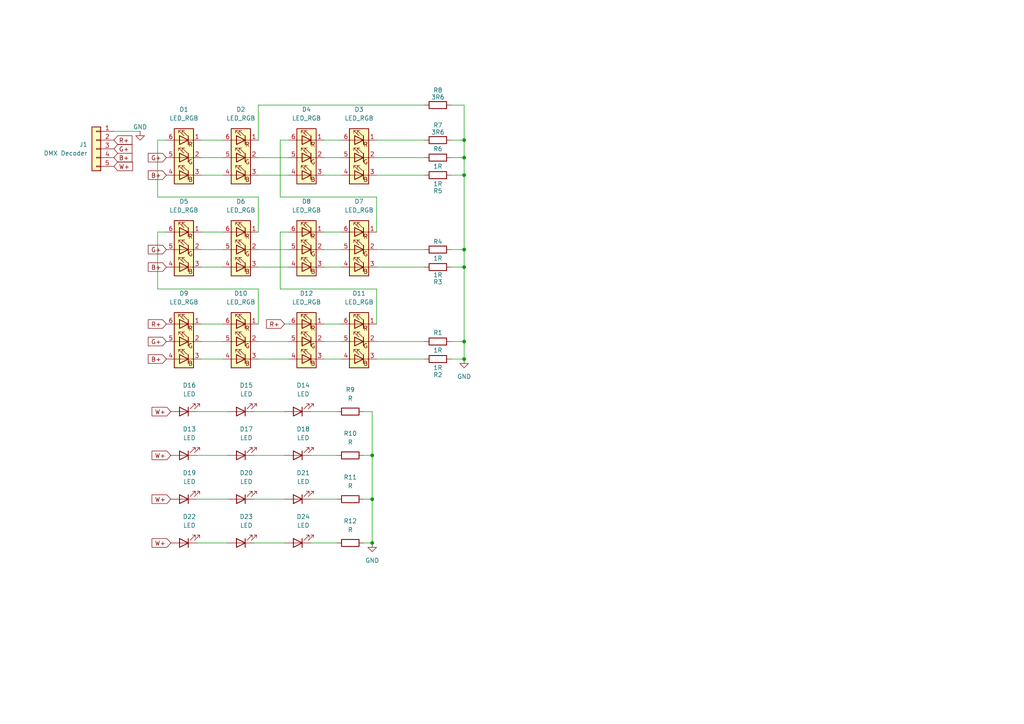
<source format=kicad_sch>
(kicad_sch
	(version 20231120)
	(generator "eeschema")
	(generator_version "8.0")
	(uuid "22f7a25f-a449-45f3-8750-6f4e0285b0eb")
	(paper "A4")
	(lib_symbols
		(symbol "Connector_Generic:Conn_01x05"
			(pin_names
				(offset 1.016) hide)
			(exclude_from_sim no)
			(in_bom yes)
			(on_board yes)
			(property "Reference" "J1"
				(at 2.54 1.2701 0)
				(effects
					(font
						(size 1.27 1.27)
					)
					(justify left)
				)
			)
			(property "Value" "DMX Decoder"
				(at 2.54 -1.2699 0)
				(effects
					(font
						(size 1.27 1.27)
					)
					(justify left)
				)
			)
			(property "Footprint" ""
				(at 0 0 0)
				(effects
					(font
						(size 1.27 1.27)
					)
					(hide yes)
				)
			)
			(property "Datasheet" "~"
				(at 0 0 0)
				(effects
					(font
						(size 1.27 1.27)
					)
					(hide yes)
				)
			)
			(property "Description" "Generic connector, single row, 01x05, script generated (kicad-library-utils/schlib/autogen/connector/)"
				(at 0 0 0)
				(effects
					(font
						(size 1.27 1.27)
					)
					(hide yes)
				)
			)
			(property "ki_keywords" "connector"
				(at 0 0 0)
				(effects
					(font
						(size 1.27 1.27)
					)
					(hide yes)
				)
			)
			(property "ki_fp_filters" "Connector*:*_1x??_*"
				(at 0 0 0)
				(effects
					(font
						(size 1.27 1.27)
					)
					(hide yes)
				)
			)
			(symbol "Conn_01x05_1_1"
				(rectangle
					(start -1.27 -4.953)
					(end 0 -5.207)
					(stroke
						(width 0.1524)
						(type default)
					)
					(fill
						(type none)
					)
				)
				(rectangle
					(start -1.27 -2.413)
					(end 0 -2.667)
					(stroke
						(width 0.1524)
						(type default)
					)
					(fill
						(type none)
					)
				)
				(rectangle
					(start -1.27 0.127)
					(end 0 -0.127)
					(stroke
						(width 0.1524)
						(type default)
					)
					(fill
						(type none)
					)
				)
				(rectangle
					(start -1.27 2.667)
					(end 0 2.413)
					(stroke
						(width 0.1524)
						(type default)
					)
					(fill
						(type none)
					)
				)
				(rectangle
					(start -1.27 5.207)
					(end 0 4.953)
					(stroke
						(width 0.1524)
						(type default)
					)
					(fill
						(type none)
					)
				)
				(rectangle
					(start -1.27 6.35)
					(end 1.27 -6.35)
					(stroke
						(width 0.254)
						(type default)
					)
					(fill
						(type background)
					)
				)
				(pin passive line
					(at -5.08 5.08 0)
					(length 3.81)
					(name "COM"
						(effects
							(font
								(size 1.27 1.27)
							)
						)
					)
					(number "1"
						(effects
							(font
								(size 1.27 1.27)
							)
						)
					)
				)
				(pin passive line
					(at -5.08 2.54 0)
					(length 3.81)
					(name "CH1"
						(effects
							(font
								(size 1.27 1.27)
							)
						)
					)
					(number "2"
						(effects
							(font
								(size 1.27 1.27)
							)
						)
					)
				)
				(pin passive line
					(at -5.08 0 0)
					(length 3.81)
					(name "CH2"
						(effects
							(font
								(size 1.27 1.27)
							)
						)
					)
					(number "3"
						(effects
							(font
								(size 1.27 1.27)
							)
						)
					)
				)
				(pin passive line
					(at -5.08 -2.54 0)
					(length 3.81)
					(name "CH3"
						(effects
							(font
								(size 1.27 1.27)
							)
						)
					)
					(number "4"
						(effects
							(font
								(size 1.27 1.27)
							)
						)
					)
				)
				(pin passive line
					(at -5.08 -5.08 0)
					(length 3.81)
					(name "CH4"
						(effects
							(font
								(size 1.27 1.27)
							)
						)
					)
					(number "5"
						(effects
							(font
								(size 1.27 1.27)
							)
						)
					)
				)
			)
		)
		(symbol "Device:LED"
			(pin_numbers hide)
			(pin_names
				(offset 1.016) hide)
			(exclude_from_sim no)
			(in_bom yes)
			(on_board yes)
			(property "Reference" "D"
				(at 0 2.54 0)
				(effects
					(font
						(size 1.27 1.27)
					)
				)
			)
			(property "Value" "LED"
				(at 0 -2.54 0)
				(effects
					(font
						(size 1.27 1.27)
					)
				)
			)
			(property "Footprint" ""
				(at 0 0 0)
				(effects
					(font
						(size 1.27 1.27)
					)
					(hide yes)
				)
			)
			(property "Datasheet" "~"
				(at 0 0 0)
				(effects
					(font
						(size 1.27 1.27)
					)
					(hide yes)
				)
			)
			(property "Description" "Light emitting diode"
				(at 0 0 0)
				(effects
					(font
						(size 1.27 1.27)
					)
					(hide yes)
				)
			)
			(property "ki_keywords" "LED diode"
				(at 0 0 0)
				(effects
					(font
						(size 1.27 1.27)
					)
					(hide yes)
				)
			)
			(property "ki_fp_filters" "LED* LED_SMD:* LED_THT:*"
				(at 0 0 0)
				(effects
					(font
						(size 1.27 1.27)
					)
					(hide yes)
				)
			)
			(symbol "LED_0_1"
				(polyline
					(pts
						(xy -1.27 -1.27) (xy -1.27 1.27)
					)
					(stroke
						(width 0.254)
						(type default)
					)
					(fill
						(type none)
					)
				)
				(polyline
					(pts
						(xy -1.27 0) (xy 1.27 0)
					)
					(stroke
						(width 0)
						(type default)
					)
					(fill
						(type none)
					)
				)
				(polyline
					(pts
						(xy 1.27 -1.27) (xy 1.27 1.27) (xy -1.27 0) (xy 1.27 -1.27)
					)
					(stroke
						(width 0.254)
						(type default)
					)
					(fill
						(type none)
					)
				)
				(polyline
					(pts
						(xy -3.048 -0.762) (xy -4.572 -2.286) (xy -3.81 -2.286) (xy -4.572 -2.286) (xy -4.572 -1.524)
					)
					(stroke
						(width 0)
						(type default)
					)
					(fill
						(type none)
					)
				)
				(polyline
					(pts
						(xy -1.778 -0.762) (xy -3.302 -2.286) (xy -2.54 -2.286) (xy -3.302 -2.286) (xy -3.302 -1.524)
					)
					(stroke
						(width 0)
						(type default)
					)
					(fill
						(type none)
					)
				)
			)
			(symbol "LED_1_1"
				(pin passive line
					(at -3.81 0 0)
					(length 2.54)
					(name "K"
						(effects
							(font
								(size 1.27 1.27)
							)
						)
					)
					(number "1"
						(effects
							(font
								(size 1.27 1.27)
							)
						)
					)
				)
				(pin passive line
					(at 3.81 0 180)
					(length 2.54)
					(name "A"
						(effects
							(font
								(size 1.27 1.27)
							)
						)
					)
					(number "2"
						(effects
							(font
								(size 1.27 1.27)
							)
						)
					)
				)
			)
		)
		(symbol "Device:LED_RGB"
			(pin_names
				(offset 0) hide)
			(exclude_from_sim no)
			(in_bom yes)
			(on_board yes)
			(property "Reference" "D"
				(at 0 9.398 0)
				(effects
					(font
						(size 1.27 1.27)
					)
				)
			)
			(property "Value" "LED_RGB"
				(at 0 -8.89 0)
				(effects
					(font
						(size 1.27 1.27)
					)
				)
			)
			(property "Footprint" ""
				(at 0 -1.27 0)
				(effects
					(font
						(size 1.27 1.27)
					)
					(hide yes)
				)
			)
			(property "Datasheet" "~"
				(at 0 -1.27 0)
				(effects
					(font
						(size 1.27 1.27)
					)
					(hide yes)
				)
			)
			(property "Description" "RGB LED, 6 pin package"
				(at 0 0 0)
				(effects
					(font
						(size 1.27 1.27)
					)
					(hide yes)
				)
			)
			(property "ki_keywords" "LED RGB diode"
				(at 0 0 0)
				(effects
					(font
						(size 1.27 1.27)
					)
					(hide yes)
				)
			)
			(property "ki_fp_filters" "LED* LED_SMD:* LED_THT:*"
				(at 0 0 0)
				(effects
					(font
						(size 1.27 1.27)
					)
					(hide yes)
				)
			)
			(symbol "LED_RGB_0_0"
				(text "B"
					(at -1.905 -6.35 0)
					(effects
						(font
							(size 1.27 1.27)
						)
					)
				)
				(text "G"
					(at -1.905 -1.27 0)
					(effects
						(font
							(size 1.27 1.27)
						)
					)
				)
				(text "R"
					(at -1.905 3.81 0)
					(effects
						(font
							(size 1.27 1.27)
						)
					)
				)
			)
			(symbol "LED_RGB_0_1"
				(polyline
					(pts
						(xy -1.27 -5.08) (xy -2.54 -5.08)
					)
					(stroke
						(width 0)
						(type default)
					)
					(fill
						(type none)
					)
				)
				(polyline
					(pts
						(xy -1.27 -5.08) (xy 1.27 -5.08)
					)
					(stroke
						(width 0)
						(type default)
					)
					(fill
						(type none)
					)
				)
				(polyline
					(pts
						(xy -1.27 -3.81) (xy -1.27 -6.35)
					)
					(stroke
						(width 0.254)
						(type default)
					)
					(fill
						(type none)
					)
				)
				(polyline
					(pts
						(xy -1.27 0) (xy -2.54 0)
					)
					(stroke
						(width 0)
						(type default)
					)
					(fill
						(type none)
					)
				)
				(polyline
					(pts
						(xy -1.27 1.27) (xy -1.27 -1.27)
					)
					(stroke
						(width 0.254)
						(type default)
					)
					(fill
						(type none)
					)
				)
				(polyline
					(pts
						(xy -1.27 5.08) (xy -2.54 5.08)
					)
					(stroke
						(width 0)
						(type default)
					)
					(fill
						(type none)
					)
				)
				(polyline
					(pts
						(xy -1.27 5.08) (xy 1.27 5.08)
					)
					(stroke
						(width 0)
						(type default)
					)
					(fill
						(type none)
					)
				)
				(polyline
					(pts
						(xy -1.27 6.35) (xy -1.27 3.81)
					)
					(stroke
						(width 0.254)
						(type default)
					)
					(fill
						(type none)
					)
				)
				(polyline
					(pts
						(xy 1.27 -5.08) (xy 2.54 -5.08)
					)
					(stroke
						(width 0)
						(type default)
					)
					(fill
						(type none)
					)
				)
				(polyline
					(pts
						(xy 1.27 0) (xy -1.27 0)
					)
					(stroke
						(width 0)
						(type default)
					)
					(fill
						(type none)
					)
				)
				(polyline
					(pts
						(xy 1.27 0) (xy 2.54 0)
					)
					(stroke
						(width 0)
						(type default)
					)
					(fill
						(type none)
					)
				)
				(polyline
					(pts
						(xy 1.27 5.08) (xy 2.54 5.08)
					)
					(stroke
						(width 0)
						(type default)
					)
					(fill
						(type none)
					)
				)
				(polyline
					(pts
						(xy -1.27 1.27) (xy -1.27 -1.27) (xy -1.27 -1.27)
					)
					(stroke
						(width 0)
						(type default)
					)
					(fill
						(type none)
					)
				)
				(polyline
					(pts
						(xy -1.27 6.35) (xy -1.27 3.81) (xy -1.27 3.81)
					)
					(stroke
						(width 0)
						(type default)
					)
					(fill
						(type none)
					)
				)
				(polyline
					(pts
						(xy 1.27 -3.81) (xy 1.27 -6.35) (xy -1.27 -5.08) (xy 1.27 -3.81)
					)
					(stroke
						(width 0.254)
						(type default)
					)
					(fill
						(type none)
					)
				)
				(polyline
					(pts
						(xy 1.27 1.27) (xy 1.27 -1.27) (xy -1.27 0) (xy 1.27 1.27)
					)
					(stroke
						(width 0.254)
						(type default)
					)
					(fill
						(type none)
					)
				)
				(polyline
					(pts
						(xy 1.27 6.35) (xy 1.27 3.81) (xy -1.27 5.08) (xy 1.27 6.35)
					)
					(stroke
						(width 0.254)
						(type default)
					)
					(fill
						(type none)
					)
				)
				(polyline
					(pts
						(xy -1.016 -3.81) (xy 0.508 -2.286) (xy -0.254 -2.286) (xy 0.508 -2.286) (xy 0.508 -3.048)
					)
					(stroke
						(width 0)
						(type default)
					)
					(fill
						(type none)
					)
				)
				(polyline
					(pts
						(xy -1.016 1.27) (xy 0.508 2.794) (xy -0.254 2.794) (xy 0.508 2.794) (xy 0.508 2.032)
					)
					(stroke
						(width 0)
						(type default)
					)
					(fill
						(type none)
					)
				)
				(polyline
					(pts
						(xy -1.016 6.35) (xy 0.508 7.874) (xy -0.254 7.874) (xy 0.508 7.874) (xy 0.508 7.112)
					)
					(stroke
						(width 0)
						(type default)
					)
					(fill
						(type none)
					)
				)
				(polyline
					(pts
						(xy 0 -3.81) (xy 1.524 -2.286) (xy 0.762 -2.286) (xy 1.524 -2.286) (xy 1.524 -3.048)
					)
					(stroke
						(width 0)
						(type default)
					)
					(fill
						(type none)
					)
				)
				(polyline
					(pts
						(xy 0 1.27) (xy 1.524 2.794) (xy 0.762 2.794) (xy 1.524 2.794) (xy 1.524 2.032)
					)
					(stroke
						(width 0)
						(type default)
					)
					(fill
						(type none)
					)
				)
				(polyline
					(pts
						(xy 0 6.35) (xy 1.524 7.874) (xy 0.762 7.874) (xy 1.524 7.874) (xy 1.524 7.112)
					)
					(stroke
						(width 0)
						(type default)
					)
					(fill
						(type none)
					)
				)
				(rectangle
					(start 1.27 -1.27)
					(end 1.27 1.27)
					(stroke
						(width 0)
						(type default)
					)
					(fill
						(type none)
					)
				)
				(rectangle
					(start 1.27 1.27)
					(end 1.27 1.27)
					(stroke
						(width 0)
						(type default)
					)
					(fill
						(type none)
					)
				)
				(rectangle
					(start 1.27 3.81)
					(end 1.27 6.35)
					(stroke
						(width 0)
						(type default)
					)
					(fill
						(type none)
					)
				)
				(rectangle
					(start 1.27 6.35)
					(end 1.27 6.35)
					(stroke
						(width 0)
						(type default)
					)
					(fill
						(type none)
					)
				)
				(rectangle
					(start 2.794 8.382)
					(end -2.794 -7.62)
					(stroke
						(width 0.254)
						(type default)
					)
					(fill
						(type background)
					)
				)
			)
			(symbol "LED_RGB_1_1"
				(pin passive line
					(at -5.08 5.08 0)
					(length 2.54)
					(name "RK"
						(effects
							(font
								(size 1.27 1.27)
							)
						)
					)
					(number "1"
						(effects
							(font
								(size 1.27 1.27)
							)
						)
					)
				)
				(pin passive line
					(at -5.08 0 0)
					(length 2.54)
					(name "GK"
						(effects
							(font
								(size 1.27 1.27)
							)
						)
					)
					(number "2"
						(effects
							(font
								(size 1.27 1.27)
							)
						)
					)
				)
				(pin passive line
					(at -5.08 -5.08 0)
					(length 2.54)
					(name "BK"
						(effects
							(font
								(size 1.27 1.27)
							)
						)
					)
					(number "3"
						(effects
							(font
								(size 1.27 1.27)
							)
						)
					)
				)
				(pin passive line
					(at 5.08 -5.08 180)
					(length 2.54)
					(name "BA"
						(effects
							(font
								(size 1.27 1.27)
							)
						)
					)
					(number "4"
						(effects
							(font
								(size 1.27 1.27)
							)
						)
					)
				)
				(pin passive line
					(at 5.08 0 180)
					(length 2.54)
					(name "GA"
						(effects
							(font
								(size 1.27 1.27)
							)
						)
					)
					(number "5"
						(effects
							(font
								(size 1.27 1.27)
							)
						)
					)
				)
				(pin passive line
					(at 5.08 5.08 180)
					(length 2.54)
					(name "RA"
						(effects
							(font
								(size 1.27 1.27)
							)
						)
					)
					(number "6"
						(effects
							(font
								(size 1.27 1.27)
							)
						)
					)
				)
			)
		)
		(symbol "Device:R"
			(pin_numbers hide)
			(pin_names
				(offset 0)
			)
			(exclude_from_sim no)
			(in_bom yes)
			(on_board yes)
			(property "Reference" "R"
				(at 2.032 0 90)
				(effects
					(font
						(size 1.27 1.27)
					)
				)
			)
			(property "Value" "R"
				(at 0 0 90)
				(effects
					(font
						(size 1.27 1.27)
					)
				)
			)
			(property "Footprint" ""
				(at -1.778 0 90)
				(effects
					(font
						(size 1.27 1.27)
					)
					(hide yes)
				)
			)
			(property "Datasheet" "~"
				(at 0 0 0)
				(effects
					(font
						(size 1.27 1.27)
					)
					(hide yes)
				)
			)
			(property "Description" "Resistor"
				(at 0 0 0)
				(effects
					(font
						(size 1.27 1.27)
					)
					(hide yes)
				)
			)
			(property "ki_keywords" "R res resistor"
				(at 0 0 0)
				(effects
					(font
						(size 1.27 1.27)
					)
					(hide yes)
				)
			)
			(property "ki_fp_filters" "R_*"
				(at 0 0 0)
				(effects
					(font
						(size 1.27 1.27)
					)
					(hide yes)
				)
			)
			(symbol "R_0_1"
				(rectangle
					(start -1.016 -2.54)
					(end 1.016 2.54)
					(stroke
						(width 0.254)
						(type default)
					)
					(fill
						(type none)
					)
				)
			)
			(symbol "R_1_1"
				(pin passive line
					(at 0 3.81 270)
					(length 1.27)
					(name "~"
						(effects
							(font
								(size 1.27 1.27)
							)
						)
					)
					(number "1"
						(effects
							(font
								(size 1.27 1.27)
							)
						)
					)
				)
				(pin passive line
					(at 0 -3.81 90)
					(length 1.27)
					(name "~"
						(effects
							(font
								(size 1.27 1.27)
							)
						)
					)
					(number "2"
						(effects
							(font
								(size 1.27 1.27)
							)
						)
					)
				)
			)
		)
		(symbol "power:GND"
			(power)
			(pin_numbers hide)
			(pin_names
				(offset 0) hide)
			(exclude_from_sim no)
			(in_bom yes)
			(on_board yes)
			(property "Reference" "#PWR"
				(at 0 -6.35 0)
				(effects
					(font
						(size 1.27 1.27)
					)
					(hide yes)
				)
			)
			(property "Value" "GND"
				(at 0 -3.81 0)
				(effects
					(font
						(size 1.27 1.27)
					)
				)
			)
			(property "Footprint" ""
				(at 0 0 0)
				(effects
					(font
						(size 1.27 1.27)
					)
					(hide yes)
				)
			)
			(property "Datasheet" ""
				(at 0 0 0)
				(effects
					(font
						(size 1.27 1.27)
					)
					(hide yes)
				)
			)
			(property "Description" "Power symbol creates a global label with name \"GND\" , ground"
				(at 0 0 0)
				(effects
					(font
						(size 1.27 1.27)
					)
					(hide yes)
				)
			)
			(property "ki_keywords" "global power"
				(at 0 0 0)
				(effects
					(font
						(size 1.27 1.27)
					)
					(hide yes)
				)
			)
			(symbol "GND_0_1"
				(polyline
					(pts
						(xy 0 0) (xy 0 -1.27) (xy 1.27 -1.27) (xy 0 -2.54) (xy -1.27 -1.27) (xy 0 -1.27)
					)
					(stroke
						(width 0)
						(type default)
					)
					(fill
						(type none)
					)
				)
			)
			(symbol "GND_1_1"
				(pin power_in line
					(at 0 0 270)
					(length 0)
					(name "~"
						(effects
							(font
								(size 1.27 1.27)
							)
						)
					)
					(number "1"
						(effects
							(font
								(size 1.27 1.27)
							)
						)
					)
				)
			)
		)
	)
	(junction
		(at 134.62 45.72)
		(diameter 0)
		(color 0 0 0 0)
		(uuid "1b9568ef-a2f1-4944-b88d-25d8746bee6e")
	)
	(junction
		(at 134.62 40.64)
		(diameter 0)
		(color 0 0 0 0)
		(uuid "24681ec9-d71f-432c-8a04-9eeb4c634c76")
	)
	(junction
		(at 134.62 99.06)
		(diameter 0)
		(color 0 0 0 0)
		(uuid "3c8470eb-c4e2-4f54-b80d-ad065330bf6f")
	)
	(junction
		(at 134.62 50.8)
		(diameter 0)
		(color 0 0 0 0)
		(uuid "527dd072-2032-43b8-a483-031b01e85f4b")
	)
	(junction
		(at 107.95 132.08)
		(diameter 0)
		(color 0 0 0 0)
		(uuid "74f492eb-bbba-4761-bb2b-e7ed4b29471b")
	)
	(junction
		(at 134.62 72.39)
		(diameter 0)
		(color 0 0 0 0)
		(uuid "789898e8-0794-4348-bf44-860db67c21d6")
	)
	(junction
		(at 107.95 157.48)
		(diameter 0)
		(color 0 0 0 0)
		(uuid "a8b6bb1f-cbcd-46e0-9aab-805806ccec4f")
	)
	(junction
		(at 134.62 77.47)
		(diameter 0)
		(color 0 0 0 0)
		(uuid "c16a411c-9813-4ecf-aabf-c7ef14506947")
	)
	(junction
		(at 134.62 104.14)
		(diameter 0)
		(color 0 0 0 0)
		(uuid "d8aaf713-e22a-43ca-b61a-7b9ccd66842d")
	)
	(junction
		(at 107.95 144.78)
		(diameter 0)
		(color 0 0 0 0)
		(uuid "ee1db5c6-43fb-4013-b934-edacd4f2370c")
	)
	(wire
		(pts
			(xy 33.02 38.1) (xy 40.64 38.1)
		)
		(stroke
			(width 0)
			(type default)
		)
		(uuid "04be3341-a7a4-454a-b5d4-7a4e489b4275")
	)
	(wire
		(pts
			(xy 90.17 132.08) (xy 97.79 132.08)
		)
		(stroke
			(width 0)
			(type default)
		)
		(uuid "0c0a9fe0-4ce8-43ab-a9f4-56039a929421")
	)
	(wire
		(pts
			(xy 109.22 50.8) (xy 123.19 50.8)
		)
		(stroke
			(width 0)
			(type default)
		)
		(uuid "0db24a43-ebf7-4c50-8d81-8e72ff7e75ee")
	)
	(wire
		(pts
			(xy 93.98 72.39) (xy 99.06 72.39)
		)
		(stroke
			(width 0)
			(type default)
		)
		(uuid "0edc97fa-4370-4071-8614-0a954919f7de")
	)
	(wire
		(pts
			(xy 134.62 45.72) (xy 134.62 50.8)
		)
		(stroke
			(width 0)
			(type default)
		)
		(uuid "100dd7d3-06e8-4d9d-8292-120a0a657e90")
	)
	(wire
		(pts
			(xy 83.82 67.31) (xy 81.28 67.31)
		)
		(stroke
			(width 0)
			(type default)
		)
		(uuid "13510bc7-4e82-4554-9931-35cdffae6c7b")
	)
	(wire
		(pts
			(xy 74.93 83.82) (xy 74.93 93.98)
		)
		(stroke
			(width 0)
			(type default)
		)
		(uuid "14c6498b-a4cf-4061-8632-76ee5da9931b")
	)
	(wire
		(pts
			(xy 109.22 83.82) (xy 109.22 93.98)
		)
		(stroke
			(width 0)
			(type default)
		)
		(uuid "1aae7946-103e-4c73-b661-a6c29268cf9a")
	)
	(wire
		(pts
			(xy 73.66 157.48) (xy 82.55 157.48)
		)
		(stroke
			(width 0)
			(type default)
		)
		(uuid "1eb6e528-d43a-4c4c-9c27-6114d4d03c79")
	)
	(wire
		(pts
			(xy 93.98 77.47) (xy 99.06 77.47)
		)
		(stroke
			(width 0)
			(type default)
		)
		(uuid "1feb59cb-cc13-465a-b338-7dab4317422f")
	)
	(wire
		(pts
			(xy 134.62 104.14) (xy 130.81 104.14)
		)
		(stroke
			(width 0)
			(type default)
		)
		(uuid "217b6798-cb8f-4ac3-bd79-00249f2a7f73")
	)
	(wire
		(pts
			(xy 107.95 157.48) (xy 105.41 157.48)
		)
		(stroke
			(width 0)
			(type default)
		)
		(uuid "219d2ca1-6183-4c50-acb3-ec2b835d2415")
	)
	(wire
		(pts
			(xy 45.72 83.82) (xy 74.93 83.82)
		)
		(stroke
			(width 0)
			(type default)
		)
		(uuid "235d793e-abcf-4293-8fa7-7775b6ae72cc")
	)
	(wire
		(pts
			(xy 105.41 132.08) (xy 107.95 132.08)
		)
		(stroke
			(width 0)
			(type default)
		)
		(uuid "2c274a82-e9b9-4b7c-9dc1-d00aac283fbe")
	)
	(wire
		(pts
			(xy 74.93 30.48) (xy 74.93 40.64)
		)
		(stroke
			(width 0)
			(type default)
		)
		(uuid "2e64fc89-711f-44c7-88fc-2b871dec9e98")
	)
	(wire
		(pts
			(xy 73.66 144.78) (xy 82.55 144.78)
		)
		(stroke
			(width 0)
			(type default)
		)
		(uuid "32b2f292-f83d-4105-b7e9-f0065bc4f754")
	)
	(wire
		(pts
			(xy 130.81 50.8) (xy 134.62 50.8)
		)
		(stroke
			(width 0)
			(type default)
		)
		(uuid "356e03e3-ea8f-4655-9c9a-8370927c5539")
	)
	(wire
		(pts
			(xy 73.66 132.08) (xy 82.55 132.08)
		)
		(stroke
			(width 0)
			(type default)
		)
		(uuid "3c82a009-af55-4e5e-9be2-4d4607fc93e1")
	)
	(wire
		(pts
			(xy 45.72 57.15) (xy 74.93 57.15)
		)
		(stroke
			(width 0)
			(type default)
		)
		(uuid "41f968ac-c5c0-457e-9b11-2f3c1fd3653c")
	)
	(wire
		(pts
			(xy 74.93 104.14) (xy 83.82 104.14)
		)
		(stroke
			(width 0)
			(type default)
		)
		(uuid "463933cb-aa7d-4a34-ae27-348802a8f2bc")
	)
	(wire
		(pts
			(xy 109.22 45.72) (xy 123.19 45.72)
		)
		(stroke
			(width 0)
			(type default)
		)
		(uuid "50d94678-f47d-4b95-8b29-cd4265032721")
	)
	(wire
		(pts
			(xy 81.28 83.82) (xy 109.22 83.82)
		)
		(stroke
			(width 0)
			(type default)
		)
		(uuid "55af2c2f-86b6-4f8e-8c5e-bcdade056d2b")
	)
	(wire
		(pts
			(xy 109.22 72.39) (xy 123.19 72.39)
		)
		(stroke
			(width 0)
			(type default)
		)
		(uuid "5e5f93cd-1125-498e-b8c8-616ecb35deb0")
	)
	(wire
		(pts
			(xy 93.98 45.72) (xy 99.06 45.72)
		)
		(stroke
			(width 0)
			(type default)
		)
		(uuid "5e6b5fb1-2a98-46ed-9619-97ad1cc9bd94")
	)
	(wire
		(pts
			(xy 90.17 157.48) (xy 97.79 157.48)
		)
		(stroke
			(width 0)
			(type default)
		)
		(uuid "5f754be8-7645-4a92-8e6e-b520e644e086")
	)
	(wire
		(pts
			(xy 105.41 144.78) (xy 107.95 144.78)
		)
		(stroke
			(width 0)
			(type default)
		)
		(uuid "6551e53f-b36d-40a3-9f51-11472a096a26")
	)
	(wire
		(pts
			(xy 130.81 45.72) (xy 134.62 45.72)
		)
		(stroke
			(width 0)
			(type default)
		)
		(uuid "664324dd-e500-4f52-835b-4d2736f38537")
	)
	(wire
		(pts
			(xy 58.42 104.14) (xy 64.77 104.14)
		)
		(stroke
			(width 0)
			(type default)
		)
		(uuid "6672234b-0847-4e8d-a4b9-ad8e4e4cf0ef")
	)
	(wire
		(pts
			(xy 74.93 45.72) (xy 83.82 45.72)
		)
		(stroke
			(width 0)
			(type default)
		)
		(uuid "66b9228f-9747-4935-bdf3-896383c39506")
	)
	(wire
		(pts
			(xy 74.93 99.06) (xy 83.82 99.06)
		)
		(stroke
			(width 0)
			(type default)
		)
		(uuid "688126ca-987e-4b8d-9e8a-20cf1b8a2af7")
	)
	(wire
		(pts
			(xy 58.42 45.72) (xy 64.77 45.72)
		)
		(stroke
			(width 0)
			(type default)
		)
		(uuid "6b398735-526d-4851-a2b7-f9baa665151e")
	)
	(wire
		(pts
			(xy 130.81 99.06) (xy 134.62 99.06)
		)
		(stroke
			(width 0)
			(type default)
		)
		(uuid "6c05dc96-f5c4-4bcb-86bb-d3082856303c")
	)
	(wire
		(pts
			(xy 57.15 157.48) (xy 66.04 157.48)
		)
		(stroke
			(width 0)
			(type default)
		)
		(uuid "6ddb8d60-7823-4f7b-a2e6-71b223e7c811")
	)
	(wire
		(pts
			(xy 109.22 57.15) (xy 109.22 67.31)
		)
		(stroke
			(width 0)
			(type default)
		)
		(uuid "73ff210e-29c4-427d-b535-79bc78af0aab")
	)
	(wire
		(pts
			(xy 134.62 50.8) (xy 134.62 72.39)
		)
		(stroke
			(width 0)
			(type default)
		)
		(uuid "75cc91e5-eac5-41c2-9213-6aca97fa6471")
	)
	(wire
		(pts
			(xy 109.22 40.64) (xy 123.19 40.64)
		)
		(stroke
			(width 0)
			(type default)
		)
		(uuid "780c2740-3f27-4fb7-90a2-2ec0f2db66f1")
	)
	(wire
		(pts
			(xy 48.26 67.31) (xy 45.72 67.31)
		)
		(stroke
			(width 0)
			(type default)
		)
		(uuid "8073efea-941f-4368-9ce5-43d35bdb8246")
	)
	(wire
		(pts
			(xy 130.81 77.47) (xy 134.62 77.47)
		)
		(stroke
			(width 0)
			(type default)
		)
		(uuid "80d36872-2daf-45d2-bbad-4ecaf1ba5676")
	)
	(wire
		(pts
			(xy 58.42 93.98) (xy 64.77 93.98)
		)
		(stroke
			(width 0)
			(type default)
		)
		(uuid "862b6740-0642-438b-bcde-743b5def4470")
	)
	(wire
		(pts
			(xy 134.62 30.48) (xy 134.62 40.64)
		)
		(stroke
			(width 0)
			(type default)
		)
		(uuid "8b585d8e-08b9-48e0-8e9e-718d57088251")
	)
	(wire
		(pts
			(xy 93.98 99.06) (xy 99.06 99.06)
		)
		(stroke
			(width 0)
			(type default)
		)
		(uuid "8bf178cf-2fd5-4c12-9889-f2ca2d7c5a6f")
	)
	(wire
		(pts
			(xy 74.93 72.39) (xy 83.82 72.39)
		)
		(stroke
			(width 0)
			(type default)
		)
		(uuid "8d23e4a3-3018-4660-b18b-9acf5dbcc94d")
	)
	(wire
		(pts
			(xy 45.72 67.31) (xy 45.72 83.82)
		)
		(stroke
			(width 0)
			(type default)
		)
		(uuid "8dd483b4-0fea-4b10-896c-966452a0014b")
	)
	(wire
		(pts
			(xy 58.42 99.06) (xy 64.77 99.06)
		)
		(stroke
			(width 0)
			(type default)
		)
		(uuid "8f6501bd-4a38-4d01-b64d-7913c7fa516b")
	)
	(wire
		(pts
			(xy 90.17 119.38) (xy 97.79 119.38)
		)
		(stroke
			(width 0)
			(type default)
		)
		(uuid "91f097fd-5ec4-48ba-b785-2bc9f15c44cd")
	)
	(wire
		(pts
			(xy 109.22 104.14) (xy 123.19 104.14)
		)
		(stroke
			(width 0)
			(type default)
		)
		(uuid "94e9f782-e480-441a-8b67-7479a9c11765")
	)
	(wire
		(pts
			(xy 107.95 144.78) (xy 107.95 157.48)
		)
		(stroke
			(width 0)
			(type default)
		)
		(uuid "97925040-6a83-462c-a964-df6f85f073a9")
	)
	(wire
		(pts
			(xy 93.98 104.14) (xy 99.06 104.14)
		)
		(stroke
			(width 0)
			(type default)
		)
		(uuid "98651cdc-e619-442b-8faf-4d836da3d81b")
	)
	(wire
		(pts
			(xy 74.93 50.8) (xy 83.82 50.8)
		)
		(stroke
			(width 0)
			(type default)
		)
		(uuid "99c52f08-9e4f-4926-8e61-03bdf7161f6b")
	)
	(wire
		(pts
			(xy 81.28 40.64) (xy 81.28 57.15)
		)
		(stroke
			(width 0)
			(type default)
		)
		(uuid "9bd67888-695b-4ce0-9e94-7fe07af43ed0")
	)
	(wire
		(pts
			(xy 107.95 132.08) (xy 107.95 144.78)
		)
		(stroke
			(width 0)
			(type default)
		)
		(uuid "a0ea66c1-3475-40ac-abaf-b126ef3ec125")
	)
	(wire
		(pts
			(xy 48.26 40.64) (xy 45.72 40.64)
		)
		(stroke
			(width 0)
			(type default)
		)
		(uuid "a0f81e96-7fd3-4ce2-90ea-9e60868d1cbd")
	)
	(wire
		(pts
			(xy 58.42 67.31) (xy 64.77 67.31)
		)
		(stroke
			(width 0)
			(type default)
		)
		(uuid "a52b53cd-7641-4dc6-a94f-f57c77fe4cd3")
	)
	(wire
		(pts
			(xy 73.66 119.38) (xy 82.55 119.38)
		)
		(stroke
			(width 0)
			(type default)
		)
		(uuid "a89840b6-18c0-4763-9f82-0b55c2f1bfaa")
	)
	(wire
		(pts
			(xy 45.72 40.64) (xy 45.72 57.15)
		)
		(stroke
			(width 0)
			(type default)
		)
		(uuid "a915cf02-97c7-435b-99e0-595e6a322700")
	)
	(wire
		(pts
			(xy 74.93 57.15) (xy 74.93 67.31)
		)
		(stroke
			(width 0)
			(type default)
		)
		(uuid "ac6973cc-87e6-4886-978b-3bfbae53c088")
	)
	(wire
		(pts
			(xy 134.62 72.39) (xy 134.62 77.47)
		)
		(stroke
			(width 0)
			(type default)
		)
		(uuid "b0def85d-d1f0-46ab-902a-aed9912cfb67")
	)
	(wire
		(pts
			(xy 105.41 119.38) (xy 107.95 119.38)
		)
		(stroke
			(width 0)
			(type default)
		)
		(uuid "b1282811-6ac7-4040-ad1e-2c7f9b3efbee")
	)
	(wire
		(pts
			(xy 109.22 77.47) (xy 123.19 77.47)
		)
		(stroke
			(width 0)
			(type default)
		)
		(uuid "b30afd02-f418-4b2b-883f-0c79bea25f11")
	)
	(wire
		(pts
			(xy 93.98 50.8) (xy 99.06 50.8)
		)
		(stroke
			(width 0)
			(type default)
		)
		(uuid "b6dd67f2-8fd2-419d-9fab-d2eb63de3317")
	)
	(wire
		(pts
			(xy 123.19 30.48) (xy 74.93 30.48)
		)
		(stroke
			(width 0)
			(type default)
		)
		(uuid "b7674471-db15-48ca-9eef-e4c7f453adb6")
	)
	(wire
		(pts
			(xy 83.82 93.98) (xy 82.55 93.98)
		)
		(stroke
			(width 0)
			(type default)
		)
		(uuid "bc5f25b1-ae3b-42f1-a0ee-625d288fa28e")
	)
	(wire
		(pts
			(xy 83.82 40.64) (xy 81.28 40.64)
		)
		(stroke
			(width 0)
			(type default)
		)
		(uuid "bcdce08b-2e35-411e-8c09-b5ac9ea4ece3")
	)
	(wire
		(pts
			(xy 81.28 57.15) (xy 109.22 57.15)
		)
		(stroke
			(width 0)
			(type default)
		)
		(uuid "c264b2b5-dc1a-4da7-afa9-1d52fcb38643")
	)
	(wire
		(pts
			(xy 130.81 72.39) (xy 134.62 72.39)
		)
		(stroke
			(width 0)
			(type default)
		)
		(uuid "c6eebcae-f303-43cc-80a9-57d02af49d8b")
	)
	(wire
		(pts
			(xy 134.62 40.64) (xy 134.62 45.72)
		)
		(stroke
			(width 0)
			(type default)
		)
		(uuid "c8469763-1a8b-424d-aaa1-537a8ae0a7d0")
	)
	(wire
		(pts
			(xy 58.42 50.8) (xy 64.77 50.8)
		)
		(stroke
			(width 0)
			(type default)
		)
		(uuid "ca0df25e-2d67-4918-995f-29bae57670de")
	)
	(wire
		(pts
			(xy 130.81 40.64) (xy 134.62 40.64)
		)
		(stroke
			(width 0)
			(type default)
		)
		(uuid "cd4abc24-0e92-4cab-83cf-b9a319f2fd5f")
	)
	(wire
		(pts
			(xy 57.15 144.78) (xy 66.04 144.78)
		)
		(stroke
			(width 0)
			(type default)
		)
		(uuid "d1602428-bf9a-43b1-9508-529221d36381")
	)
	(wire
		(pts
			(xy 93.98 40.64) (xy 99.06 40.64)
		)
		(stroke
			(width 0)
			(type default)
		)
		(uuid "d2e2baf4-0a4a-49b3-a9bf-b33f789c77f1")
	)
	(wire
		(pts
			(xy 81.28 67.31) (xy 81.28 83.82)
		)
		(stroke
			(width 0)
			(type default)
		)
		(uuid "d4b48b55-cdde-4623-a573-4b505d3799b9")
	)
	(wire
		(pts
			(xy 90.17 144.78) (xy 97.79 144.78)
		)
		(stroke
			(width 0)
			(type default)
		)
		(uuid "d5a8701b-e23b-436d-a365-d31e98bd2e1c")
	)
	(wire
		(pts
			(xy 74.93 77.47) (xy 83.82 77.47)
		)
		(stroke
			(width 0)
			(type default)
		)
		(uuid "d6bdca19-f29c-4dcb-bd39-3bef32052973")
	)
	(wire
		(pts
			(xy 93.98 93.98) (xy 99.06 93.98)
		)
		(stroke
			(width 0)
			(type default)
		)
		(uuid "d7cba0f9-9b71-4a35-8851-d85c7ceba7d1")
	)
	(wire
		(pts
			(xy 134.62 99.06) (xy 134.62 104.14)
		)
		(stroke
			(width 0)
			(type default)
		)
		(uuid "da21a9ef-f6fd-475d-ae5e-190a23b7dc94")
	)
	(wire
		(pts
			(xy 109.22 99.06) (xy 123.19 99.06)
		)
		(stroke
			(width 0)
			(type default)
		)
		(uuid "ddc41a9a-03bf-4376-926e-ba8ef37045db")
	)
	(wire
		(pts
			(xy 58.42 77.47) (xy 64.77 77.47)
		)
		(stroke
			(width 0)
			(type default)
		)
		(uuid "e1921989-cd62-40a5-9085-e6a1604339fb")
	)
	(wire
		(pts
			(xy 107.95 119.38) (xy 107.95 132.08)
		)
		(stroke
			(width 0)
			(type default)
		)
		(uuid "e3556a76-b529-43cd-9b4c-4906f772183b")
	)
	(wire
		(pts
			(xy 134.62 77.47) (xy 134.62 99.06)
		)
		(stroke
			(width 0)
			(type default)
		)
		(uuid "e4dbc578-6117-4db1-b8f1-cb963bc00ee8")
	)
	(wire
		(pts
			(xy 58.42 40.64) (xy 64.77 40.64)
		)
		(stroke
			(width 0)
			(type default)
		)
		(uuid "e6cc3e1c-3ce6-4a77-be12-ddada8362436")
	)
	(wire
		(pts
			(xy 57.15 132.08) (xy 66.04 132.08)
		)
		(stroke
			(width 0)
			(type default)
		)
		(uuid "ea90e512-4ef9-4ee9-b267-ca14b90e8810")
	)
	(wire
		(pts
			(xy 93.98 67.31) (xy 99.06 67.31)
		)
		(stroke
			(width 0)
			(type default)
		)
		(uuid "f4b95b65-3ff8-41ef-8ffc-2822c3d3175a")
	)
	(wire
		(pts
			(xy 57.15 119.38) (xy 66.04 119.38)
		)
		(stroke
			(width 0)
			(type default)
		)
		(uuid "fd5b17e5-557b-4869-8bbf-4a0a1276d953")
	)
	(wire
		(pts
			(xy 58.42 72.39) (xy 64.77 72.39)
		)
		(stroke
			(width 0)
			(type default)
		)
		(uuid "fefdf745-2aee-4879-a0a3-3e3a36e64b8f")
	)
	(wire
		(pts
			(xy 130.81 30.48) (xy 134.62 30.48)
		)
		(stroke
			(width 0)
			(type default)
		)
		(uuid "ffa3f2d2-290b-45a5-a410-bc99301e2f8e")
	)
	(global_label "G+"
		(shape input)
		(at 48.26 45.72 180)
		(fields_autoplaced yes)
		(effects
			(font
				(size 1.27 1.27)
			)
			(justify right)
		)
		(uuid "0171ece8-f7df-486d-82fc-d09040702c06")
		(property "Intersheetrefs" "${INTERSHEET_REFS}"
			(at 42.4324 45.72 0)
			(effects
				(font
					(size 1.27 1.27)
				)
				(justify right)
				(hide yes)
			)
		)
	)
	(global_label "W+"
		(shape input)
		(at 49.53 119.38 180)
		(fields_autoplaced yes)
		(effects
			(font
				(size 1.27 1.27)
			)
			(justify right)
		)
		(uuid "3984c445-ae33-4629-91ab-79a4b9a0a104")
		(property "Intersheetrefs" "${INTERSHEET_REFS}"
			(at 43.521 119.38 0)
			(effects
				(font
					(size 1.27 1.27)
				)
				(justify right)
				(hide yes)
			)
		)
	)
	(global_label "R+"
		(shape input)
		(at 48.26 93.98 180)
		(fields_autoplaced yes)
		(effects
			(font
				(size 1.27 1.27)
			)
			(justify right)
		)
		(uuid "3af830dc-db87-4694-ac15-0573efa5cba6")
		(property "Intersheetrefs" "${INTERSHEET_REFS}"
			(at 42.4324 93.98 0)
			(effects
				(font
					(size 1.27 1.27)
				)
				(justify right)
				(hide yes)
			)
		)
	)
	(global_label "W+"
		(shape input)
		(at 49.53 157.48 180)
		(fields_autoplaced yes)
		(effects
			(font
				(size 1.27 1.27)
			)
			(justify right)
		)
		(uuid "48db3914-3215-4c6f-a81c-29cabfe5b25e")
		(property "Intersheetrefs" "${INTERSHEET_REFS}"
			(at 43.521 157.48 0)
			(effects
				(font
					(size 1.27 1.27)
				)
				(justify right)
				(hide yes)
			)
		)
	)
	(global_label "W+"
		(shape input)
		(at 49.53 144.78 180)
		(fields_autoplaced yes)
		(effects
			(font
				(size 1.27 1.27)
			)
			(justify right)
		)
		(uuid "4bae5461-1b98-4558-85ef-2e9bd56fc6a4")
		(property "Intersheetrefs" "${INTERSHEET_REFS}"
			(at 43.521 144.78 0)
			(effects
				(font
					(size 1.27 1.27)
				)
				(justify right)
				(hide yes)
			)
		)
	)
	(global_label "R+"
		(shape input)
		(at 33.02 40.64 0)
		(fields_autoplaced yes)
		(effects
			(font
				(size 1.27 1.27)
			)
			(justify left)
		)
		(uuid "5a6f4c5b-9a8c-413d-8910-c3b28c8d3639")
		(property "Intersheetrefs" "${INTERSHEET_REFS}"
			(at 38.8476 40.64 0)
			(effects
				(font
					(size 1.27 1.27)
				)
				(justify left)
				(hide yes)
			)
		)
	)
	(global_label "B+"
		(shape input)
		(at 48.26 50.8 180)
		(fields_autoplaced yes)
		(effects
			(font
				(size 1.27 1.27)
			)
			(justify right)
		)
		(uuid "5f126ad8-5f26-47be-806c-65874d6be278")
		(property "Intersheetrefs" "${INTERSHEET_REFS}"
			(at 42.4324 50.8 0)
			(effects
				(font
					(size 1.27 1.27)
				)
				(justify right)
				(hide yes)
			)
		)
	)
	(global_label "G+"
		(shape input)
		(at 48.26 72.39 180)
		(fields_autoplaced yes)
		(effects
			(font
				(size 1.27 1.27)
			)
			(justify right)
		)
		(uuid "66d8d1d4-9e2c-42fc-91ba-d3b8493c0369")
		(property "Intersheetrefs" "${INTERSHEET_REFS}"
			(at 42.4324 72.39 0)
			(effects
				(font
					(size 1.27 1.27)
				)
				(justify right)
				(hide yes)
			)
		)
	)
	(global_label "R+"
		(shape input)
		(at 82.55 93.98 180)
		(fields_autoplaced yes)
		(effects
			(font
				(size 1.27 1.27)
			)
			(justify right)
		)
		(uuid "6af8fa17-3548-4da8-b088-dc36423617cc")
		(property "Intersheetrefs" "${INTERSHEET_REFS}"
			(at 76.7224 93.98 0)
			(effects
				(font
					(size 1.27 1.27)
				)
				(justify right)
				(hide yes)
			)
		)
	)
	(global_label "B+"
		(shape input)
		(at 48.26 104.14 180)
		(fields_autoplaced yes)
		(effects
			(font
				(size 1.27 1.27)
			)
			(justify right)
		)
		(uuid "98178823-2cb2-44e1-8089-c69dca7fc758")
		(property "Intersheetrefs" "${INTERSHEET_REFS}"
			(at 42.4324 104.14 0)
			(effects
				(font
					(size 1.27 1.27)
				)
				(justify right)
				(hide yes)
			)
		)
	)
	(global_label "G+"
		(shape input)
		(at 48.26 99.06 180)
		(fields_autoplaced yes)
		(effects
			(font
				(size 1.27 1.27)
			)
			(justify right)
		)
		(uuid "a827669e-7800-484c-a234-cf0814f4e4cd")
		(property "Intersheetrefs" "${INTERSHEET_REFS}"
			(at 42.4324 99.06 0)
			(effects
				(font
					(size 1.27 1.27)
				)
				(justify right)
				(hide yes)
			)
		)
	)
	(global_label "B+"
		(shape input)
		(at 33.02 45.72 0)
		(fields_autoplaced yes)
		(effects
			(font
				(size 1.27 1.27)
			)
			(justify left)
		)
		(uuid "a9a74387-6ddb-49b0-9ee0-a59438318f92")
		(property "Intersheetrefs" "${INTERSHEET_REFS}"
			(at 38.8476 45.72 0)
			(effects
				(font
					(size 1.27 1.27)
				)
				(justify left)
				(hide yes)
			)
		)
	)
	(global_label "W+"
		(shape input)
		(at 33.02 48.26 0)
		(fields_autoplaced yes)
		(effects
			(font
				(size 1.27 1.27)
			)
			(justify left)
		)
		(uuid "c3df5075-2449-40c9-850b-dbbbe9bbf30d")
		(property "Intersheetrefs" "${INTERSHEET_REFS}"
			(at 39.029 48.26 0)
			(effects
				(font
					(size 1.27 1.27)
				)
				(justify left)
				(hide yes)
			)
		)
	)
	(global_label "G+"
		(shape input)
		(at 33.02 43.18 0)
		(fields_autoplaced yes)
		(effects
			(font
				(size 1.27 1.27)
			)
			(justify left)
		)
		(uuid "d85846fd-0311-455a-9083-8b1468379e1c")
		(property "Intersheetrefs" "${INTERSHEET_REFS}"
			(at 38.8476 43.18 0)
			(effects
				(font
					(size 1.27 1.27)
				)
				(justify left)
				(hide yes)
			)
		)
	)
	(global_label "W+"
		(shape input)
		(at 49.53 132.08 180)
		(fields_autoplaced yes)
		(effects
			(font
				(size 1.27 1.27)
			)
			(justify right)
		)
		(uuid "de804a42-2e9e-4aba-9e8f-0f4f062920a2")
		(property "Intersheetrefs" "${INTERSHEET_REFS}"
			(at 43.521 132.08 0)
			(effects
				(font
					(size 1.27 1.27)
				)
				(justify right)
				(hide yes)
			)
		)
	)
	(global_label "B+"
		(shape input)
		(at 48.26 77.47 180)
		(fields_autoplaced yes)
		(effects
			(font
				(size 1.27 1.27)
			)
			(justify right)
		)
		(uuid "f0d72a0b-facd-44f2-bb5b-14192b06b97a")
		(property "Intersheetrefs" "${INTERSHEET_REFS}"
			(at 42.4324 77.47 0)
			(effects
				(font
					(size 1.27 1.27)
				)
				(justify right)
				(hide yes)
			)
		)
	)
	(symbol
		(lib_id "Device:LED_RGB")
		(at 53.34 99.06 0)
		(mirror y)
		(unit 1)
		(exclude_from_sim no)
		(in_bom yes)
		(on_board yes)
		(dnp no)
		(uuid "09050915-20c7-4537-92be-177de74e2828")
		(property "Reference" "D9"
			(at 53.34 85.09 0)
			(effects
				(font
					(size 1.27 1.27)
				)
			)
		)
		(property "Value" "LED_RGB"
			(at 53.34 87.63 0)
			(effects
				(font
					(size 1.27 1.27)
				)
			)
		)
		(property "Footprint" "chrislib:RGB LED"
			(at 53.34 100.33 0)
			(effects
				(font
					(size 1.27 1.27)
				)
				(hide yes)
			)
		)
		(property "Datasheet" "~"
			(at 53.34 100.33 0)
			(effects
				(font
					(size 1.27 1.27)
				)
				(hide yes)
			)
		)
		(property "Description" "RGB LED, 6 pin package"
			(at 53.34 99.06 0)
			(effects
				(font
					(size 1.27 1.27)
				)
				(hide yes)
			)
		)
		(pin "2"
			(uuid "bf2d6594-8055-41fa-a3b0-c9660039040f")
		)
		(pin "3"
			(uuid "e4f2b164-c6f4-456b-8e4d-233a3987fcb0")
		)
		(pin "1"
			(uuid "377699d6-df05-4c1f-88ee-d4f2cabc6641")
		)
		(pin "6"
			(uuid "dc07d360-c748-46ae-a846-b430f50881ab")
		)
		(pin "4"
			(uuid "cf8c931e-e7a1-4cb0-afb5-6cd7f33ec86d")
		)
		(pin "5"
			(uuid "8155642a-7378-44fb-9e22-5de76e1196f0")
		)
		(instances
			(project "light 2"
				(path "/22f7a25f-a449-45f3-8750-6f4e0285b0eb"
					(reference "D9")
					(unit 1)
				)
			)
		)
	)
	(symbol
		(lib_id "Device:R")
		(at 127 30.48 90)
		(unit 1)
		(exclude_from_sim no)
		(in_bom yes)
		(on_board yes)
		(dnp no)
		(uuid "0c5a775d-b676-4ba5-80d2-34b0e6131045")
		(property "Reference" "R8"
			(at 127 26.162 90)
			(effects
				(font
					(size 1.27 1.27)
				)
			)
		)
		(property "Value" "3R6"
			(at 127 28.194 90)
			(effects
				(font
					(size 1.27 1.27)
				)
			)
		)
		(property "Footprint" "Resistor_SMD:R_1210_3225Metric"
			(at 127 32.258 90)
			(effects
				(font
					(size 1.27 1.27)
				)
				(hide yes)
			)
		)
		(property "Datasheet" "~"
			(at 127 30.48 0)
			(effects
				(font
					(size 1.27 1.27)
				)
				(hide yes)
			)
		)
		(property "Description" "Resistor"
			(at 127 30.48 0)
			(effects
				(font
					(size 1.27 1.27)
				)
				(hide yes)
			)
		)
		(pin "1"
			(uuid "1531d210-8485-4718-9948-4273a24ce73c")
		)
		(pin "2"
			(uuid "996ede41-ea4c-4d0b-bfa7-a18ed337f8ff")
		)
		(instances
			(project ""
				(path "/22f7a25f-a449-45f3-8750-6f4e0285b0eb"
					(reference "R8")
					(unit 1)
				)
			)
		)
	)
	(symbol
		(lib_id "Device:LED_RGB")
		(at 53.34 72.39 0)
		(mirror y)
		(unit 1)
		(exclude_from_sim no)
		(in_bom yes)
		(on_board yes)
		(dnp no)
		(uuid "0e1a8d7c-5d14-4226-8d5a-05304a369ac9")
		(property "Reference" "D5"
			(at 53.34 58.42 0)
			(effects
				(font
					(size 1.27 1.27)
				)
			)
		)
		(property "Value" "LED_RGB"
			(at 53.34 60.96 0)
			(effects
				(font
					(size 1.27 1.27)
				)
			)
		)
		(property "Footprint" "chrislib:RGB LED"
			(at 53.34 73.66 0)
			(effects
				(font
					(size 1.27 1.27)
				)
				(hide yes)
			)
		)
		(property "Datasheet" "~"
			(at 53.34 73.66 0)
			(effects
				(font
					(size 1.27 1.27)
				)
				(hide yes)
			)
		)
		(property "Description" "RGB LED, 6 pin package"
			(at 53.34 72.39 0)
			(effects
				(font
					(size 1.27 1.27)
				)
				(hide yes)
			)
		)
		(pin "2"
			(uuid "16a7fc63-cf14-4632-a3f3-973e57fdefe6")
		)
		(pin "3"
			(uuid "7d04253c-4ae6-48fb-a0b3-6ae76133180e")
		)
		(pin "1"
			(uuid "0cc641e4-594f-4d1c-b24d-57488262be44")
		)
		(pin "6"
			(uuid "cc1f80b7-4e06-4709-b5b7-54a15751cfc3")
		)
		(pin "4"
			(uuid "6d16deb9-0b38-461a-8daa-dd910f8e6a8d")
		)
		(pin "5"
			(uuid "4ed4638f-e4ab-406c-90b4-66fce950b17d")
		)
		(instances
			(project "light 2"
				(path "/22f7a25f-a449-45f3-8750-6f4e0285b0eb"
					(reference "D5")
					(unit 1)
				)
			)
		)
	)
	(symbol
		(lib_id "Device:LED")
		(at 53.34 144.78 180)
		(unit 1)
		(exclude_from_sim no)
		(in_bom yes)
		(on_board yes)
		(dnp no)
		(fields_autoplaced yes)
		(uuid "163edfe2-b9ad-4a27-8457-6a35ca88d7e2")
		(property "Reference" "D19"
			(at 54.9275 137.16 0)
			(effects
				(font
					(size 1.27 1.27)
				)
			)
		)
		(property "Value" "LED"
			(at 54.9275 139.7 0)
			(effects
				(font
					(size 1.27 1.27)
				)
			)
		)
		(property "Footprint" "chrislib:White Led Aliexpress ones"
			(at 53.34 144.78 0)
			(effects
				(font
					(size 1.27 1.27)
				)
				(hide yes)
			)
		)
		(property "Datasheet" "~"
			(at 53.34 144.78 0)
			(effects
				(font
					(size 1.27 1.27)
				)
				(hide yes)
			)
		)
		(property "Description" "Light emitting diode"
			(at 53.34 144.78 0)
			(effects
				(font
					(size 1.27 1.27)
				)
				(hide yes)
			)
		)
		(pin "1"
			(uuid "25c37e9b-7c4d-44ba-8af0-85ca776d2e65")
		)
		(pin "2"
			(uuid "eb965e39-92ff-44ee-a863-0d9d610d8fb1")
		)
		(instances
			(project "light 2"
				(path "/22f7a25f-a449-45f3-8750-6f4e0285b0eb"
					(reference "D19")
					(unit 1)
				)
			)
		)
	)
	(symbol
		(lib_id "power:GND")
		(at 40.64 38.1 0)
		(unit 1)
		(exclude_from_sim no)
		(in_bom yes)
		(on_board yes)
		(dnp no)
		(uuid "1ffb6a5b-d260-4342-a39b-5905076f351e")
		(property "Reference" "#PWR01"
			(at 40.64 44.45 0)
			(effects
				(font
					(size 1.27 1.27)
				)
				(hide yes)
			)
		)
		(property "Value" "GND"
			(at 40.64 36.83 0)
			(effects
				(font
					(size 1.27 1.27)
				)
			)
		)
		(property "Footprint" ""
			(at 40.64 38.1 0)
			(effects
				(font
					(size 1.27 1.27)
				)
				(hide yes)
			)
		)
		(property "Datasheet" ""
			(at 40.64 38.1 0)
			(effects
				(font
					(size 1.27 1.27)
				)
				(hide yes)
			)
		)
		(property "Description" "Power symbol creates a global label with name \"GND\" , ground"
			(at 40.64 38.1 0)
			(effects
				(font
					(size 1.27 1.27)
				)
				(hide yes)
			)
		)
		(pin "1"
			(uuid "1435d3ff-f826-44e0-a59c-ed6780d3e048")
		)
		(instances
			(project ""
				(path "/22f7a25f-a449-45f3-8750-6f4e0285b0eb"
					(reference "#PWR01")
					(unit 1)
				)
			)
		)
	)
	(symbol
		(lib_id "Device:LED_RGB")
		(at 69.85 72.39 0)
		(mirror y)
		(unit 1)
		(exclude_from_sim no)
		(in_bom yes)
		(on_board yes)
		(dnp no)
		(uuid "3731f0ca-3cc4-453f-9584-7a7292a02e8e")
		(property "Reference" "D6"
			(at 69.85 58.42 0)
			(effects
				(font
					(size 1.27 1.27)
				)
			)
		)
		(property "Value" "LED_RGB"
			(at 69.85 60.96 0)
			(effects
				(font
					(size 1.27 1.27)
				)
			)
		)
		(property "Footprint" "chrislib:RGB LED"
			(at 69.85 73.66 0)
			(effects
				(font
					(size 1.27 1.27)
				)
				(hide yes)
			)
		)
		(property "Datasheet" "~"
			(at 69.85 73.66 0)
			(effects
				(font
					(size 1.27 1.27)
				)
				(hide yes)
			)
		)
		(property "Description" "RGB LED, 6 pin package"
			(at 69.85 72.39 0)
			(effects
				(font
					(size 1.27 1.27)
				)
				(hide yes)
			)
		)
		(pin "2"
			(uuid "537a49ad-49d1-4383-99ad-569366b35186")
		)
		(pin "3"
			(uuid "920dfd2f-4725-4799-abdc-90b6906029a1")
		)
		(pin "1"
			(uuid "3132bc9d-124e-445d-9e68-3a6ff1871985")
		)
		(pin "6"
			(uuid "976ee24b-d900-479b-b176-7d293da8a708")
		)
		(pin "4"
			(uuid "12775347-4cac-4c61-993c-7ca72fb67206")
		)
		(pin "5"
			(uuid "f7d12936-4c39-4e86-9666-a60c023b0735")
		)
		(instances
			(project "light 2"
				(path "/22f7a25f-a449-45f3-8750-6f4e0285b0eb"
					(reference "D6")
					(unit 1)
				)
			)
		)
	)
	(symbol
		(lib_id "Device:LED_RGB")
		(at 104.14 45.72 0)
		(mirror y)
		(unit 1)
		(exclude_from_sim no)
		(in_bom yes)
		(on_board yes)
		(dnp no)
		(fields_autoplaced yes)
		(uuid "439fbec9-1fa9-430e-87cd-e49c8e6a7a4b")
		(property "Reference" "D3"
			(at 104.14 31.75 0)
			(effects
				(font
					(size 1.27 1.27)
				)
			)
		)
		(property "Value" "LED_RGB"
			(at 104.14 34.29 0)
			(effects
				(font
					(size 1.27 1.27)
				)
			)
		)
		(property "Footprint" "chrislib:RGB LED"
			(at 104.14 46.99 0)
			(effects
				(font
					(size 1.27 1.27)
				)
				(hide yes)
			)
		)
		(property "Datasheet" "~"
			(at 104.14 46.99 0)
			(effects
				(font
					(size 1.27 1.27)
				)
				(hide yes)
			)
		)
		(property "Description" "RGB LED, 6 pin package"
			(at 104.14 45.72 0)
			(effects
				(font
					(size 1.27 1.27)
				)
				(hide yes)
			)
		)
		(pin "4"
			(uuid "bfe23af1-9037-4495-b751-2034f0fb1c2a")
		)
		(pin "5"
			(uuid "176f47b9-13b6-46dd-9838-7641598c76a3")
		)
		(pin "1"
			(uuid "bbf925ba-4f13-4e43-8c83-9dd0b529bbd9")
		)
		(pin "2"
			(uuid "b2b18fda-5054-495b-95aa-afa3286f5e22")
		)
		(pin "6"
			(uuid "7442827f-3971-42b0-894e-0bb8f78f758e")
		)
		(pin "3"
			(uuid "431c3059-5548-41f3-a580-11593e242c4f")
		)
		(instances
			(project ""
				(path "/22f7a25f-a449-45f3-8750-6f4e0285b0eb"
					(reference "D3")
					(unit 1)
				)
			)
		)
	)
	(symbol
		(lib_id "Device:LED")
		(at 86.36 157.48 180)
		(unit 1)
		(exclude_from_sim no)
		(in_bom yes)
		(on_board yes)
		(dnp no)
		(fields_autoplaced yes)
		(uuid "44523f85-c259-4be8-848d-ae7020b57702")
		(property "Reference" "D24"
			(at 87.9475 149.86 0)
			(effects
				(font
					(size 1.27 1.27)
				)
			)
		)
		(property "Value" "LED"
			(at 87.9475 152.4 0)
			(effects
				(font
					(size 1.27 1.27)
				)
			)
		)
		(property "Footprint" "chrislib:White Led Aliexpress ones"
			(at 86.36 157.48 0)
			(effects
				(font
					(size 1.27 1.27)
				)
				(hide yes)
			)
		)
		(property "Datasheet" "~"
			(at 86.36 157.48 0)
			(effects
				(font
					(size 1.27 1.27)
				)
				(hide yes)
			)
		)
		(property "Description" "Light emitting diode"
			(at 86.36 157.48 0)
			(effects
				(font
					(size 1.27 1.27)
				)
				(hide yes)
			)
		)
		(pin "1"
			(uuid "347e3f2c-1f7c-4064-9cd0-b787bc91e753")
		)
		(pin "2"
			(uuid "02957d7c-3309-4bcd-b6ab-aca0262c566c")
		)
		(instances
			(project "light 2"
				(path "/22f7a25f-a449-45f3-8750-6f4e0285b0eb"
					(reference "D24")
					(unit 1)
				)
			)
		)
	)
	(symbol
		(lib_id "Device:LED_RGB")
		(at 104.14 72.39 0)
		(mirror y)
		(unit 1)
		(exclude_from_sim no)
		(in_bom yes)
		(on_board yes)
		(dnp no)
		(fields_autoplaced yes)
		(uuid "46507b39-0af6-4429-81a8-a74dc43d863d")
		(property "Reference" "D7"
			(at 104.14 58.42 0)
			(effects
				(font
					(size 1.27 1.27)
				)
			)
		)
		(property "Value" "LED_RGB"
			(at 104.14 60.96 0)
			(effects
				(font
					(size 1.27 1.27)
				)
			)
		)
		(property "Footprint" "chrislib:RGB LED"
			(at 104.14 73.66 0)
			(effects
				(font
					(size 1.27 1.27)
				)
				(hide yes)
			)
		)
		(property "Datasheet" "~"
			(at 104.14 73.66 0)
			(effects
				(font
					(size 1.27 1.27)
				)
				(hide yes)
			)
		)
		(property "Description" "RGB LED, 6 pin package"
			(at 104.14 72.39 0)
			(effects
				(font
					(size 1.27 1.27)
				)
				(hide yes)
			)
		)
		(pin "4"
			(uuid "bb227381-885c-4f9c-8e1d-e43e126bd632")
		)
		(pin "5"
			(uuid "385055ac-fca7-4f4f-b61b-f9a5ba4b6eac")
		)
		(pin "1"
			(uuid "5f879aeb-6425-4729-8c85-e28871df9c8a")
		)
		(pin "2"
			(uuid "a4f8effd-c9c0-4912-95bc-b93459e0984c")
		)
		(pin "6"
			(uuid "c4c41d27-c134-4a03-acfe-e6207f414450")
		)
		(pin "3"
			(uuid "95bb0c43-0a12-4155-b32e-25284bdcdd56")
		)
		(instances
			(project "light 2"
				(path "/22f7a25f-a449-45f3-8750-6f4e0285b0eb"
					(reference "D7")
					(unit 1)
				)
			)
		)
	)
	(symbol
		(lib_id "Device:LED")
		(at 53.34 119.38 180)
		(unit 1)
		(exclude_from_sim no)
		(in_bom yes)
		(on_board yes)
		(dnp no)
		(fields_autoplaced yes)
		(uuid "46b4f4fb-3157-4f1d-a574-cc0692f9f6cd")
		(property "Reference" "D16"
			(at 54.9275 111.76 0)
			(effects
				(font
					(size 1.27 1.27)
				)
			)
		)
		(property "Value" "LED"
			(at 54.9275 114.3 0)
			(effects
				(font
					(size 1.27 1.27)
				)
			)
		)
		(property "Footprint" "chrislib:White Led Aliexpress ones"
			(at 53.34 119.38 0)
			(effects
				(font
					(size 1.27 1.27)
				)
				(hide yes)
			)
		)
		(property "Datasheet" "~"
			(at 53.34 119.38 0)
			(effects
				(font
					(size 1.27 1.27)
				)
				(hide yes)
			)
		)
		(property "Description" "Light emitting diode"
			(at 53.34 119.38 0)
			(effects
				(font
					(size 1.27 1.27)
				)
				(hide yes)
			)
		)
		(pin "1"
			(uuid "efd9ec8a-5f2c-4942-8f79-dff6a093cc0e")
		)
		(pin "2"
			(uuid "58b8d349-4b22-4a4d-a843-9a58fd653d19")
		)
		(instances
			(project ""
				(path "/22f7a25f-a449-45f3-8750-6f4e0285b0eb"
					(reference "D16")
					(unit 1)
				)
			)
		)
	)
	(symbol
		(lib_id "power:GND")
		(at 134.62 104.14 0)
		(unit 1)
		(exclude_from_sim no)
		(in_bom yes)
		(on_board yes)
		(dnp no)
		(fields_autoplaced yes)
		(uuid "47cc954b-7b8f-4b67-b8f6-76fd99817d7e")
		(property "Reference" "#PWR02"
			(at 134.62 110.49 0)
			(effects
				(font
					(size 1.27 1.27)
				)
				(hide yes)
			)
		)
		(property "Value" "GND"
			(at 134.62 109.22 0)
			(effects
				(font
					(size 1.27 1.27)
				)
			)
		)
		(property "Footprint" ""
			(at 134.62 104.14 0)
			(effects
				(font
					(size 1.27 1.27)
				)
				(hide yes)
			)
		)
		(property "Datasheet" ""
			(at 134.62 104.14 0)
			(effects
				(font
					(size 1.27 1.27)
				)
				(hide yes)
			)
		)
		(property "Description" "Power symbol creates a global label with name \"GND\" , ground"
			(at 134.62 104.14 0)
			(effects
				(font
					(size 1.27 1.27)
				)
				(hide yes)
			)
		)
		(pin "1"
			(uuid "61355f3b-7bf2-49f1-98a7-1577ddbab817")
		)
		(instances
			(project ""
				(path "/22f7a25f-a449-45f3-8750-6f4e0285b0eb"
					(reference "#PWR02")
					(unit 1)
				)
			)
		)
	)
	(symbol
		(lib_id "Device:LED")
		(at 86.36 132.08 180)
		(unit 1)
		(exclude_from_sim no)
		(in_bom yes)
		(on_board yes)
		(dnp no)
		(fields_autoplaced yes)
		(uuid "4953762d-e9d0-4e17-a52f-e5b7126ae8b1")
		(property "Reference" "D18"
			(at 87.9475 124.46 0)
			(effects
				(font
					(size 1.27 1.27)
				)
			)
		)
		(property "Value" "LED"
			(at 87.9475 127 0)
			(effects
				(font
					(size 1.27 1.27)
				)
			)
		)
		(property "Footprint" "chrislib:White Led Aliexpress ones"
			(at 86.36 132.08 0)
			(effects
				(font
					(size 1.27 1.27)
				)
				(hide yes)
			)
		)
		(property "Datasheet" "~"
			(at 86.36 132.08 0)
			(effects
				(font
					(size 1.27 1.27)
				)
				(hide yes)
			)
		)
		(property "Description" "Light emitting diode"
			(at 86.36 132.08 0)
			(effects
				(font
					(size 1.27 1.27)
				)
				(hide yes)
			)
		)
		(pin "1"
			(uuid "d1669a15-69ee-4da5-8ceb-839345e8d7ca")
		)
		(pin "2"
			(uuid "748c5976-1eaa-42de-81fb-4504fa6d0d5d")
		)
		(instances
			(project "light 2"
				(path "/22f7a25f-a449-45f3-8750-6f4e0285b0eb"
					(reference "D18")
					(unit 1)
				)
			)
		)
	)
	(symbol
		(lib_id "Device:R")
		(at 101.6 157.48 270)
		(unit 1)
		(exclude_from_sim no)
		(in_bom yes)
		(on_board yes)
		(dnp no)
		(fields_autoplaced yes)
		(uuid "53d8cedf-417d-4a79-8a24-0537fae4c62a")
		(property "Reference" "R12"
			(at 101.6 151.13 90)
			(effects
				(font
					(size 1.27 1.27)
				)
			)
		)
		(property "Value" "R"
			(at 101.6 153.67 90)
			(effects
				(font
					(size 1.27 1.27)
				)
			)
		)
		(property "Footprint" "Resistor_SMD:R_1210_3225Metric"
			(at 101.6 155.702 90)
			(effects
				(font
					(size 1.27 1.27)
				)
				(hide yes)
			)
		)
		(property "Datasheet" "~"
			(at 101.6 157.48 0)
			(effects
				(font
					(size 1.27 1.27)
				)
				(hide yes)
			)
		)
		(property "Description" "Resistor"
			(at 101.6 157.48 0)
			(effects
				(font
					(size 1.27 1.27)
				)
				(hide yes)
			)
		)
		(pin "1"
			(uuid "e9a8bb1d-cf93-4318-b90f-7a9d13bfaa46")
		)
		(pin "2"
			(uuid "068a300c-0b31-4ed2-96f0-84410498f126")
		)
		(instances
			(project ""
				(path "/22f7a25f-a449-45f3-8750-6f4e0285b0eb"
					(reference "R12")
					(unit 1)
				)
			)
		)
	)
	(symbol
		(lib_id "Device:LED_RGB")
		(at 88.9 45.72 0)
		(mirror y)
		(unit 1)
		(exclude_from_sim no)
		(in_bom yes)
		(on_board yes)
		(dnp no)
		(fields_autoplaced yes)
		(uuid "57d391ea-a866-4837-bf2f-429eeb15ba9a")
		(property "Reference" "D4"
			(at 88.9 31.75 0)
			(effects
				(font
					(size 1.27 1.27)
				)
			)
		)
		(property "Value" "LED_RGB"
			(at 88.9 34.29 0)
			(effects
				(font
					(size 1.27 1.27)
				)
			)
		)
		(property "Footprint" "chrislib:RGB LED"
			(at 88.9 46.99 0)
			(effects
				(font
					(size 1.27 1.27)
				)
				(hide yes)
			)
		)
		(property "Datasheet" "~"
			(at 88.9 46.99 0)
			(effects
				(font
					(size 1.27 1.27)
				)
				(hide yes)
			)
		)
		(property "Description" "RGB LED, 6 pin package"
			(at 88.9 45.72 0)
			(effects
				(font
					(size 1.27 1.27)
				)
				(hide yes)
			)
		)
		(pin "4"
			(uuid "bfe23af1-9037-4495-b751-2034f0fb1c2b")
		)
		(pin "5"
			(uuid "176f47b9-13b6-46dd-9838-7641598c76a4")
		)
		(pin "1"
			(uuid "bbf925ba-4f13-4e43-8c83-9dd0b529bbda")
		)
		(pin "2"
			(uuid "b2b18fda-5054-495b-95aa-afa3286f5e23")
		)
		(pin "6"
			(uuid "7442827f-3971-42b0-894e-0bb8f78f758f")
		)
		(pin "3"
			(uuid "431c3059-5548-41f3-a580-11593e242c50")
		)
		(instances
			(project ""
				(path "/22f7a25f-a449-45f3-8750-6f4e0285b0eb"
					(reference "D4")
					(unit 1)
				)
			)
		)
	)
	(symbol
		(lib_id "Connector_Generic:Conn_01x05")
		(at 27.94 43.18 0)
		(mirror y)
		(unit 1)
		(exclude_from_sim no)
		(in_bom yes)
		(on_board yes)
		(dnp no)
		(uuid "5ee781b0-43fc-4e62-ba29-92002cc0eefb")
		(property "Reference" "J1"
			(at 25.4 41.9099 0)
			(effects
				(font
					(size 1.27 1.27)
				)
				(justify left)
			)
		)
		(property "Value" "DMX Decoder"
			(at 25.4 44.4499 0)
			(effects
				(font
					(size 1.27 1.27)
				)
				(justify left)
			)
		)
		(property "Footprint" "chrislib:5 pin connector"
			(at 27.94 43.18 0)
			(effects
				(font
					(size 1.27 1.27)
				)
				(hide yes)
			)
		)
		(property "Datasheet" "~"
			(at 27.94 43.18 0)
			(effects
				(font
					(size 1.27 1.27)
				)
				(hide yes)
			)
		)
		(property "Description" "Generic connector, single row, 01x05, script generated (kicad-library-utils/schlib/autogen/connector/)"
			(at 27.94 43.18 0)
			(effects
				(font
					(size 1.27 1.27)
				)
				(hide yes)
			)
		)
		(pin "1"
			(uuid "f484c4ac-3b28-467d-b79d-fc78dd886e63")
		)
		(pin "3"
			(uuid "aadc6f89-2895-44b6-ba4e-f86579335712")
		)
		(pin "2"
			(uuid "4c0b95f4-e4fe-497c-829d-da662e8152e6")
		)
		(pin "5"
			(uuid "31c4082c-b3a6-43eb-80e8-49f5c0a78911")
		)
		(pin "4"
			(uuid "43556835-8671-49e7-911f-5a7df2a14551")
		)
		(instances
			(project ""
				(path "/22f7a25f-a449-45f3-8750-6f4e0285b0eb"
					(reference "J1")
					(unit 1)
				)
			)
		)
	)
	(symbol
		(lib_id "Device:LED_RGB")
		(at 88.9 72.39 0)
		(mirror y)
		(unit 1)
		(exclude_from_sim no)
		(in_bom yes)
		(on_board yes)
		(dnp no)
		(fields_autoplaced yes)
		(uuid "605e4cf1-1d51-4acf-8954-af13fd938507")
		(property "Reference" "D8"
			(at 88.9 58.42 0)
			(effects
				(font
					(size 1.27 1.27)
				)
			)
		)
		(property "Value" "LED_RGB"
			(at 88.9 60.96 0)
			(effects
				(font
					(size 1.27 1.27)
				)
			)
		)
		(property "Footprint" "chrislib:RGB LED"
			(at 88.9 73.66 0)
			(effects
				(font
					(size 1.27 1.27)
				)
				(hide yes)
			)
		)
		(property "Datasheet" "~"
			(at 88.9 73.66 0)
			(effects
				(font
					(size 1.27 1.27)
				)
				(hide yes)
			)
		)
		(property "Description" "RGB LED, 6 pin package"
			(at 88.9 72.39 0)
			(effects
				(font
					(size 1.27 1.27)
				)
				(hide yes)
			)
		)
		(pin "4"
			(uuid "504fd895-936e-4a49-b0ad-764da0fe1aa4")
		)
		(pin "5"
			(uuid "377d0587-dac6-40ad-acea-8b3d6fbfb4f4")
		)
		(pin "1"
			(uuid "0973b20d-3756-47ae-a0a2-533a2c8a9c6b")
		)
		(pin "2"
			(uuid "31f7344e-8382-4218-a9b5-6299fc800133")
		)
		(pin "6"
			(uuid "121d426a-6d59-44f7-a7d1-58f3a24d5f83")
		)
		(pin "3"
			(uuid "ebd70760-b91b-4faa-99ea-efd93ba75907")
		)
		(instances
			(project "light 2"
				(path "/22f7a25f-a449-45f3-8750-6f4e0285b0eb"
					(reference "D8")
					(unit 1)
				)
			)
		)
	)
	(symbol
		(lib_id "Device:LED_RGB")
		(at 69.85 45.72 0)
		(mirror y)
		(unit 1)
		(exclude_from_sim no)
		(in_bom yes)
		(on_board yes)
		(dnp no)
		(uuid "60c8e86e-b875-4d11-8834-e2570307485e")
		(property "Reference" "D2"
			(at 69.85 31.75 0)
			(effects
				(font
					(size 1.27 1.27)
				)
			)
		)
		(property "Value" "LED_RGB"
			(at 69.85 34.29 0)
			(effects
				(font
					(size 1.27 1.27)
				)
			)
		)
		(property "Footprint" "chrislib:RGB LED"
			(at 69.85 46.99 0)
			(effects
				(font
					(size 1.27 1.27)
				)
				(hide yes)
			)
		)
		(property "Datasheet" "~"
			(at 69.85 46.99 0)
			(effects
				(font
					(size 1.27 1.27)
				)
				(hide yes)
			)
		)
		(property "Description" "RGB LED, 6 pin package"
			(at 69.85 45.72 0)
			(effects
				(font
					(size 1.27 1.27)
				)
				(hide yes)
			)
		)
		(pin "2"
			(uuid "1aea4a79-8c06-4ec1-a0c0-7cbac0702490")
		)
		(pin "3"
			(uuid "8990eaa3-0b0b-4333-84c9-13ee66a3f232")
		)
		(pin "1"
			(uuid "6b29ac8e-1216-4e03-b7de-b8555109140f")
		)
		(pin "6"
			(uuid "ed830b79-2ed5-4a0e-a360-dbf61a338958")
		)
		(pin "4"
			(uuid "0ea973c3-dd82-4f53-a4b8-92603fc9e88a")
		)
		(pin "5"
			(uuid "f8989533-b379-479d-9a8d-05388f80ad38")
		)
		(instances
			(project "light 2"
				(path "/22f7a25f-a449-45f3-8750-6f4e0285b0eb"
					(reference "D2")
					(unit 1)
				)
			)
		)
	)
	(symbol
		(lib_id "Device:LED_RGB")
		(at 88.9 99.06 0)
		(mirror y)
		(unit 1)
		(exclude_from_sim no)
		(in_bom yes)
		(on_board yes)
		(dnp no)
		(fields_autoplaced yes)
		(uuid "6edece37-1fef-4b96-b35e-3de80c19866e")
		(property "Reference" "D12"
			(at 88.9 85.09 0)
			(effects
				(font
					(size 1.27 1.27)
				)
			)
		)
		(property "Value" "LED_RGB"
			(at 88.9 87.63 0)
			(effects
				(font
					(size 1.27 1.27)
				)
			)
		)
		(property "Footprint" "chrislib:RGB LED"
			(at 88.9 100.33 0)
			(effects
				(font
					(size 1.27 1.27)
				)
				(hide yes)
			)
		)
		(property "Datasheet" "~"
			(at 88.9 100.33 0)
			(effects
				(font
					(size 1.27 1.27)
				)
				(hide yes)
			)
		)
		(property "Description" "RGB LED, 6 pin package"
			(at 88.9 99.06 0)
			(effects
				(font
					(size 1.27 1.27)
				)
				(hide yes)
			)
		)
		(pin "4"
			(uuid "ea238813-020c-4ccc-a7c8-f53019851f91")
		)
		(pin "5"
			(uuid "d733917f-6df7-4e4e-96f1-8ba7e1abc73e")
		)
		(pin "1"
			(uuid "85b0ac59-0c30-4fae-ad4c-0e8d2a44f4f4")
		)
		(pin "2"
			(uuid "df69f6c0-9d47-4527-a99a-f5709704d00b")
		)
		(pin "6"
			(uuid "de738f71-1cca-4a78-a27d-8f377345ef6b")
		)
		(pin "3"
			(uuid "a21704d7-563e-4dee-8cb1-2f8d8751bb0c")
		)
		(instances
			(project "light 2"
				(path "/22f7a25f-a449-45f3-8750-6f4e0285b0eb"
					(reference "D12")
					(unit 1)
				)
			)
		)
	)
	(symbol
		(lib_id "Device:LED")
		(at 69.85 132.08 180)
		(unit 1)
		(exclude_from_sim no)
		(in_bom yes)
		(on_board yes)
		(dnp no)
		(fields_autoplaced yes)
		(uuid "795f5dbb-46e4-4ea9-8c67-072d19ed0363")
		(property "Reference" "D17"
			(at 71.4375 124.46 0)
			(effects
				(font
					(size 1.27 1.27)
				)
			)
		)
		(property "Value" "LED"
			(at 71.4375 127 0)
			(effects
				(font
					(size 1.27 1.27)
				)
			)
		)
		(property "Footprint" "chrislib:White Led Aliexpress ones"
			(at 69.85 132.08 0)
			(effects
				(font
					(size 1.27 1.27)
				)
				(hide yes)
			)
		)
		(property "Datasheet" "~"
			(at 69.85 132.08 0)
			(effects
				(font
					(size 1.27 1.27)
				)
				(hide yes)
			)
		)
		(property "Description" "Light emitting diode"
			(at 69.85 132.08 0)
			(effects
				(font
					(size 1.27 1.27)
				)
				(hide yes)
			)
		)
		(pin "1"
			(uuid "f98307a3-a9d9-4591-8866-858977598b53")
		)
		(pin "2"
			(uuid "ad82cf9a-2575-481e-ab42-fbd4746400f8")
		)
		(instances
			(project "light 2"
				(path "/22f7a25f-a449-45f3-8750-6f4e0285b0eb"
					(reference "D17")
					(unit 1)
				)
			)
		)
	)
	(symbol
		(lib_id "Device:R")
		(at 127 99.06 90)
		(unit 1)
		(exclude_from_sim no)
		(in_bom yes)
		(on_board yes)
		(dnp no)
		(uuid "7cf2f31c-2bf7-486d-8695-ecec23ff673d")
		(property "Reference" "R1"
			(at 127 96.52 90)
			(effects
				(font
					(size 1.27 1.27)
				)
			)
		)
		(property "Value" "1R"
			(at 127 101.6 90)
			(effects
				(font
					(size 1.27 1.27)
				)
			)
		)
		(property "Footprint" "Resistor_SMD:R_1210_3225Metric"
			(at 127 100.838 90)
			(effects
				(font
					(size 1.27 1.27)
				)
				(hide yes)
			)
		)
		(property "Datasheet" "~"
			(at 127 99.06 0)
			(effects
				(font
					(size 1.27 1.27)
				)
				(hide yes)
			)
		)
		(property "Description" "Resistor"
			(at 127 99.06 0)
			(effects
				(font
					(size 1.27 1.27)
				)
				(hide yes)
			)
		)
		(pin "1"
			(uuid "1531d210-8485-4718-9948-4273a24ce73d")
		)
		(pin "2"
			(uuid "996ede41-ea4c-4d0b-bfa7-a18ed337f900")
		)
		(instances
			(project ""
				(path "/22f7a25f-a449-45f3-8750-6f4e0285b0eb"
					(reference "R1")
					(unit 1)
				)
			)
		)
	)
	(symbol
		(lib_id "Device:R")
		(at 101.6 144.78 270)
		(unit 1)
		(exclude_from_sim no)
		(in_bom yes)
		(on_board yes)
		(dnp no)
		(fields_autoplaced yes)
		(uuid "7e7262f4-bcc1-4652-a705-a7f709a3892f")
		(property "Reference" "R11"
			(at 101.6 138.43 90)
			(effects
				(font
					(size 1.27 1.27)
				)
			)
		)
		(property "Value" "R"
			(at 101.6 140.97 90)
			(effects
				(font
					(size 1.27 1.27)
				)
			)
		)
		(property "Footprint" "Resistor_SMD:R_1210_3225Metric"
			(at 101.6 143.002 90)
			(effects
				(font
					(size 1.27 1.27)
				)
				(hide yes)
			)
		)
		(property "Datasheet" "~"
			(at 101.6 144.78 0)
			(effects
				(font
					(size 1.27 1.27)
				)
				(hide yes)
			)
		)
		(property "Description" "Resistor"
			(at 101.6 144.78 0)
			(effects
				(font
					(size 1.27 1.27)
				)
				(hide yes)
			)
		)
		(pin "1"
			(uuid "e9a8bb1d-cf93-4318-b90f-7a9d13bfaa47")
		)
		(pin "2"
			(uuid "068a300c-0b31-4ed2-96f0-84410498f127")
		)
		(instances
			(project ""
				(path "/22f7a25f-a449-45f3-8750-6f4e0285b0eb"
					(reference "R11")
					(unit 1)
				)
			)
		)
	)
	(symbol
		(lib_id "Device:LED")
		(at 69.85 157.48 180)
		(unit 1)
		(exclude_from_sim no)
		(in_bom yes)
		(on_board yes)
		(dnp no)
		(fields_autoplaced yes)
		(uuid "878790ed-69fe-4ccd-8d21-9dd60c8584e1")
		(property "Reference" "D23"
			(at 71.4375 149.86 0)
			(effects
				(font
					(size 1.27 1.27)
				)
			)
		)
		(property "Value" "LED"
			(at 71.4375 152.4 0)
			(effects
				(font
					(size 1.27 1.27)
				)
			)
		)
		(property "Footprint" "chrislib:White Led Aliexpress ones"
			(at 69.85 157.48 0)
			(effects
				(font
					(size 1.27 1.27)
				)
				(hide yes)
			)
		)
		(property "Datasheet" "~"
			(at 69.85 157.48 0)
			(effects
				(font
					(size 1.27 1.27)
				)
				(hide yes)
			)
		)
		(property "Description" "Light emitting diode"
			(at 69.85 157.48 0)
			(effects
				(font
					(size 1.27 1.27)
				)
				(hide yes)
			)
		)
		(pin "1"
			(uuid "d0e59ecb-40ba-4b3b-a1a3-68cd67fd41a2")
		)
		(pin "2"
			(uuid "feb23e00-e1c7-44c9-b992-ee8c62d8dbd5")
		)
		(instances
			(project "light 2"
				(path "/22f7a25f-a449-45f3-8750-6f4e0285b0eb"
					(reference "D23")
					(unit 1)
				)
			)
		)
	)
	(symbol
		(lib_id "Device:R")
		(at 127 40.64 90)
		(unit 1)
		(exclude_from_sim no)
		(in_bom yes)
		(on_board yes)
		(dnp no)
		(uuid "88c53ff3-2a06-4ca0-948d-d9c4dcbffa61")
		(property "Reference" "R7"
			(at 127 36.322 90)
			(effects
				(font
					(size 1.27 1.27)
				)
			)
		)
		(property "Value" "3R6"
			(at 127 38.354 90)
			(effects
				(font
					(size 1.27 1.27)
				)
			)
		)
		(property "Footprint" "Resistor_SMD:R_1210_3225Metric"
			(at 127 42.418 90)
			(effects
				(font
					(size 1.27 1.27)
				)
				(hide yes)
			)
		)
		(property "Datasheet" "~"
			(at 127 40.64 0)
			(effects
				(font
					(size 1.27 1.27)
				)
				(hide yes)
			)
		)
		(property "Description" "Resistor"
			(at 127 40.64 0)
			(effects
				(font
					(size 1.27 1.27)
				)
				(hide yes)
			)
		)
		(pin "1"
			(uuid "1531d210-8485-4718-9948-4273a24ce73e")
		)
		(pin "2"
			(uuid "996ede41-ea4c-4d0b-bfa7-a18ed337f901")
		)
		(instances
			(project ""
				(path "/22f7a25f-a449-45f3-8750-6f4e0285b0eb"
					(reference "R7")
					(unit 1)
				)
			)
		)
	)
	(symbol
		(lib_id "Device:R")
		(at 127 45.72 90)
		(unit 1)
		(exclude_from_sim no)
		(in_bom yes)
		(on_board yes)
		(dnp no)
		(uuid "8fa107d9-c1ca-48ac-865d-7650c8ddb3f2")
		(property "Reference" "R6"
			(at 127 43.18 90)
			(effects
				(font
					(size 1.27 1.27)
				)
			)
		)
		(property "Value" "1R"
			(at 127 48.26 90)
			(effects
				(font
					(size 1.27 1.27)
				)
			)
		)
		(property "Footprint" "Resistor_SMD:R_1210_3225Metric"
			(at 127 47.498 90)
			(effects
				(font
					(size 1.27 1.27)
				)
				(hide yes)
			)
		)
		(property "Datasheet" "~"
			(at 127 45.72 0)
			(effects
				(font
					(size 1.27 1.27)
				)
				(hide yes)
			)
		)
		(property "Description" "Resistor"
			(at 127 45.72 0)
			(effects
				(font
					(size 1.27 1.27)
				)
				(hide yes)
			)
		)
		(pin "1"
			(uuid "1531d210-8485-4718-9948-4273a24ce73f")
		)
		(pin "2"
			(uuid "996ede41-ea4c-4d0b-bfa7-a18ed337f902")
		)
		(instances
			(project ""
				(path "/22f7a25f-a449-45f3-8750-6f4e0285b0eb"
					(reference "R6")
					(unit 1)
				)
			)
		)
	)
	(symbol
		(lib_id "Device:LED_RGB")
		(at 104.14 99.06 0)
		(mirror y)
		(unit 1)
		(exclude_from_sim no)
		(in_bom yes)
		(on_board yes)
		(dnp no)
		(fields_autoplaced yes)
		(uuid "9f94c02b-0c41-4919-97af-398aabb7225c")
		(property "Reference" "D11"
			(at 104.14 85.09 0)
			(effects
				(font
					(size 1.27 1.27)
				)
			)
		)
		(property "Value" "LED_RGB"
			(at 104.14 87.63 0)
			(effects
				(font
					(size 1.27 1.27)
				)
			)
		)
		(property "Footprint" "chrislib:RGB LED"
			(at 104.14 100.33 0)
			(effects
				(font
					(size 1.27 1.27)
				)
				(hide yes)
			)
		)
		(property "Datasheet" "~"
			(at 104.14 100.33 0)
			(effects
				(font
					(size 1.27 1.27)
				)
				(hide yes)
			)
		)
		(property "Description" "RGB LED, 6 pin package"
			(at 104.14 99.06 0)
			(effects
				(font
					(size 1.27 1.27)
				)
				(hide yes)
			)
		)
		(pin "4"
			(uuid "b2b4938e-5069-4eb2-a579-5b56bc59c0d2")
		)
		(pin "5"
			(uuid "3848de94-3ece-45e5-8d57-36a3c34d7ff1")
		)
		(pin "1"
			(uuid "37d4fd28-9a49-46b0-ba4f-794313d699da")
		)
		(pin "2"
			(uuid "7e62623d-94bc-45d4-afe3-7c6344aa8aec")
		)
		(pin "6"
			(uuid "96d76f8c-5810-4294-9dc4-9999f1eba9a3")
		)
		(pin "3"
			(uuid "37d36919-aa39-4b21-be32-ee76c2e571c1")
		)
		(instances
			(project "light 2"
				(path "/22f7a25f-a449-45f3-8750-6f4e0285b0eb"
					(reference "D11")
					(unit 1)
				)
			)
		)
	)
	(symbol
		(lib_id "Device:LED")
		(at 69.85 144.78 180)
		(unit 1)
		(exclude_from_sim no)
		(in_bom yes)
		(on_board yes)
		(dnp no)
		(fields_autoplaced yes)
		(uuid "a017854b-e907-4937-b5bc-6ac2aa59d6cc")
		(property "Reference" "D20"
			(at 71.4375 137.16 0)
			(effects
				(font
					(size 1.27 1.27)
				)
			)
		)
		(property "Value" "LED"
			(at 71.4375 139.7 0)
			(effects
				(font
					(size 1.27 1.27)
				)
			)
		)
		(property "Footprint" "chrislib:White Led Aliexpress ones"
			(at 69.85 144.78 0)
			(effects
				(font
					(size 1.27 1.27)
				)
				(hide yes)
			)
		)
		(property "Datasheet" "~"
			(at 69.85 144.78 0)
			(effects
				(font
					(size 1.27 1.27)
				)
				(hide yes)
			)
		)
		(property "Description" "Light emitting diode"
			(at 69.85 144.78 0)
			(effects
				(font
					(size 1.27 1.27)
				)
				(hide yes)
			)
		)
		(pin "1"
			(uuid "ec9f3926-021f-40ad-b212-9b31f09eff62")
		)
		(pin "2"
			(uuid "b0d53372-1821-41e9-8511-d1508b2b2b22")
		)
		(instances
			(project "light 2"
				(path "/22f7a25f-a449-45f3-8750-6f4e0285b0eb"
					(reference "D20")
					(unit 1)
				)
			)
		)
	)
	(symbol
		(lib_id "Device:LED")
		(at 69.85 119.38 180)
		(unit 1)
		(exclude_from_sim no)
		(in_bom yes)
		(on_board yes)
		(dnp no)
		(fields_autoplaced yes)
		(uuid "a694f59f-5a78-4f18-bf76-05526af1ac95")
		(property "Reference" "D15"
			(at 71.4375 111.76 0)
			(effects
				(font
					(size 1.27 1.27)
				)
			)
		)
		(property "Value" "LED"
			(at 71.4375 114.3 0)
			(effects
				(font
					(size 1.27 1.27)
				)
			)
		)
		(property "Footprint" "chrislib:White Led Aliexpress ones"
			(at 69.85 119.38 0)
			(effects
				(font
					(size 1.27 1.27)
				)
				(hide yes)
			)
		)
		(property "Datasheet" "~"
			(at 69.85 119.38 0)
			(effects
				(font
					(size 1.27 1.27)
				)
				(hide yes)
			)
		)
		(property "Description" "Light emitting diode"
			(at 69.85 119.38 0)
			(effects
				(font
					(size 1.27 1.27)
				)
				(hide yes)
			)
		)
		(pin "1"
			(uuid "efd9ec8a-5f2c-4942-8f79-dff6a093cc0f")
		)
		(pin "2"
			(uuid "58b8d349-4b22-4a4d-a843-9a58fd653d1a")
		)
		(instances
			(project ""
				(path "/22f7a25f-a449-45f3-8750-6f4e0285b0eb"
					(reference "D15")
					(unit 1)
				)
			)
		)
	)
	(symbol
		(lib_id "Device:LED_RGB")
		(at 53.34 45.72 0)
		(mirror y)
		(unit 1)
		(exclude_from_sim no)
		(in_bom yes)
		(on_board yes)
		(dnp no)
		(uuid "a6faa59a-cd81-43fe-a512-6400283efbaf")
		(property "Reference" "D1"
			(at 53.34 31.75 0)
			(effects
				(font
					(size 1.27 1.27)
				)
			)
		)
		(property "Value" "LED_RGB"
			(at 53.34 34.29 0)
			(effects
				(font
					(size 1.27 1.27)
				)
			)
		)
		(property "Footprint" "chrislib:RGB LED"
			(at 53.34 46.99 0)
			(effects
				(font
					(size 1.27 1.27)
				)
				(hide yes)
			)
		)
		(property "Datasheet" "~"
			(at 53.34 46.99 0)
			(effects
				(font
					(size 1.27 1.27)
				)
				(hide yes)
			)
		)
		(property "Description" "RGB LED, 6 pin package"
			(at 53.34 45.72 0)
			(effects
				(font
					(size 1.27 1.27)
				)
				(hide yes)
			)
		)
		(pin "2"
			(uuid "85e30db9-cf07-4db9-b14a-e52dc74edcd9")
		)
		(pin "3"
			(uuid "79a17692-a304-41f6-b52a-d1ef6e284aa4")
		)
		(pin "1"
			(uuid "47ef0c77-b28c-4a0a-8d05-22048fcac3ef")
		)
		(pin "6"
			(uuid "c2835f40-3279-45fb-b7d1-975957a85f04")
		)
		(pin "4"
			(uuid "3c6de6b8-5b7a-4295-8a03-1a0b30f0f2e2")
		)
		(pin "5"
			(uuid "355b4826-5d6a-4e4c-8ccb-5c6a591ae7c9")
		)
		(instances
			(project ""
				(path "/22f7a25f-a449-45f3-8750-6f4e0285b0eb"
					(reference "D1")
					(unit 1)
				)
			)
		)
	)
	(symbol
		(lib_id "Device:LED")
		(at 53.34 157.48 180)
		(unit 1)
		(exclude_from_sim no)
		(in_bom yes)
		(on_board yes)
		(dnp no)
		(fields_autoplaced yes)
		(uuid "ada18ba0-ab02-4de1-a936-e537e7f24f31")
		(property "Reference" "D22"
			(at 54.9275 149.86 0)
			(effects
				(font
					(size 1.27 1.27)
				)
			)
		)
		(property "Value" "LED"
			(at 54.9275 152.4 0)
			(effects
				(font
					(size 1.27 1.27)
				)
			)
		)
		(property "Footprint" "chrislib:White Led Aliexpress ones"
			(at 53.34 157.48 0)
			(effects
				(font
					(size 1.27 1.27)
				)
				(hide yes)
			)
		)
		(property "Datasheet" "~"
			(at 53.34 157.48 0)
			(effects
				(font
					(size 1.27 1.27)
				)
				(hide yes)
			)
		)
		(property "Description" "Light emitting diode"
			(at 53.34 157.48 0)
			(effects
				(font
					(size 1.27 1.27)
				)
				(hide yes)
			)
		)
		(pin "1"
			(uuid "2c060de9-43f2-4de7-bde2-a9972d9f5b32")
		)
		(pin "2"
			(uuid "e08df518-4392-4e96-8d4d-1cb3f5ef9f45")
		)
		(instances
			(project "light 2"
				(path "/22f7a25f-a449-45f3-8750-6f4e0285b0eb"
					(reference "D22")
					(unit 1)
				)
			)
		)
	)
	(symbol
		(lib_id "power:GND")
		(at 107.95 157.48 0)
		(unit 1)
		(exclude_from_sim no)
		(in_bom yes)
		(on_board yes)
		(dnp no)
		(fields_autoplaced yes)
		(uuid "ae1b7f93-7277-412b-9c96-7d86a7203a16")
		(property "Reference" "#PWR03"
			(at 107.95 163.83 0)
			(effects
				(font
					(size 1.27 1.27)
				)
				(hide yes)
			)
		)
		(property "Value" "GND"
			(at 107.95 162.56 0)
			(effects
				(font
					(size 1.27 1.27)
				)
			)
		)
		(property "Footprint" ""
			(at 107.95 157.48 0)
			(effects
				(font
					(size 1.27 1.27)
				)
				(hide yes)
			)
		)
		(property "Datasheet" ""
			(at 107.95 157.48 0)
			(effects
				(font
					(size 1.27 1.27)
				)
				(hide yes)
			)
		)
		(property "Description" "Power symbol creates a global label with name \"GND\" , ground"
			(at 107.95 157.48 0)
			(effects
				(font
					(size 1.27 1.27)
				)
				(hide yes)
			)
		)
		(pin "1"
			(uuid "cfc0f315-ae70-4fb1-bcf6-09c424187e53")
		)
		(instances
			(project ""
				(path "/22f7a25f-a449-45f3-8750-6f4e0285b0eb"
					(reference "#PWR03")
					(unit 1)
				)
			)
		)
	)
	(symbol
		(lib_id "Device:R")
		(at 101.6 132.08 270)
		(unit 1)
		(exclude_from_sim no)
		(in_bom yes)
		(on_board yes)
		(dnp no)
		(fields_autoplaced yes)
		(uuid "b0211f96-478a-4841-811b-d09431b993e2")
		(property "Reference" "R10"
			(at 101.6 125.73 90)
			(effects
				(font
					(size 1.27 1.27)
				)
			)
		)
		(property "Value" "R"
			(at 101.6 128.27 90)
			(effects
				(font
					(size 1.27 1.27)
				)
			)
		)
		(property "Footprint" "Resistor_SMD:R_1210_3225Metric"
			(at 101.6 130.302 90)
			(effects
				(font
					(size 1.27 1.27)
				)
				(hide yes)
			)
		)
		(property "Datasheet" "~"
			(at 101.6 132.08 0)
			(effects
				(font
					(size 1.27 1.27)
				)
				(hide yes)
			)
		)
		(property "Description" "Resistor"
			(at 101.6 132.08 0)
			(effects
				(font
					(size 1.27 1.27)
				)
				(hide yes)
			)
		)
		(pin "1"
			(uuid "e9a8bb1d-cf93-4318-b90f-7a9d13bfaa48")
		)
		(pin "2"
			(uuid "068a300c-0b31-4ed2-96f0-84410498f128")
		)
		(instances
			(project ""
				(path "/22f7a25f-a449-45f3-8750-6f4e0285b0eb"
					(reference "R10")
					(unit 1)
				)
			)
		)
	)
	(symbol
		(lib_id "Device:LED_RGB")
		(at 69.85 99.06 0)
		(mirror y)
		(unit 1)
		(exclude_from_sim no)
		(in_bom yes)
		(on_board yes)
		(dnp no)
		(uuid "b565aca5-8ccc-485e-8ea5-1bb93ac30881")
		(property "Reference" "D10"
			(at 69.85 85.09 0)
			(effects
				(font
					(size 1.27 1.27)
				)
			)
		)
		(property "Value" "LED_RGB"
			(at 69.85 87.63 0)
			(effects
				(font
					(size 1.27 1.27)
				)
			)
		)
		(property "Footprint" "chrislib:RGB LED"
			(at 69.85 100.33 0)
			(effects
				(font
					(size 1.27 1.27)
				)
				(hide yes)
			)
		)
		(property "Datasheet" "~"
			(at 69.85 100.33 0)
			(effects
				(font
					(size 1.27 1.27)
				)
				(hide yes)
			)
		)
		(property "Description" "RGB LED, 6 pin package"
			(at 69.85 99.06 0)
			(effects
				(font
					(size 1.27 1.27)
				)
				(hide yes)
			)
		)
		(pin "2"
			(uuid "98bc3d0a-b3c1-43f8-bce1-fe118d5d92f3")
		)
		(pin "3"
			(uuid "b1161868-9630-4181-a695-a8bb0995b8af")
		)
		(pin "1"
			(uuid "fd323f9b-8f1f-4eca-b802-a6b2694f5503")
		)
		(pin "6"
			(uuid "89189aba-b8ce-45fe-858a-798a4722c8dc")
		)
		(pin "4"
			(uuid "ce3c9681-efa6-405a-9007-b666c6ee0e76")
		)
		(pin "5"
			(uuid "52648d8e-03dd-4dff-b19a-266976a95aa5")
		)
		(instances
			(project "light 2"
				(path "/22f7a25f-a449-45f3-8750-6f4e0285b0eb"
					(reference "D10")
					(unit 1)
				)
			)
		)
	)
	(symbol
		(lib_id "Device:R")
		(at 127 77.47 90)
		(unit 1)
		(exclude_from_sim no)
		(in_bom yes)
		(on_board yes)
		(dnp no)
		(uuid "bbdefb0e-715e-4d37-a30a-a909e44af8d0")
		(property "Reference" "R3"
			(at 127 81.788 90)
			(effects
				(font
					(size 1.27 1.27)
				)
			)
		)
		(property "Value" "1R"
			(at 127 79.756 90)
			(effects
				(font
					(size 1.27 1.27)
				)
			)
		)
		(property "Footprint" "Resistor_SMD:R_1210_3225Metric"
			(at 127 79.248 90)
			(effects
				(font
					(size 1.27 1.27)
				)
				(hide yes)
			)
		)
		(property "Datasheet" "~"
			(at 127 77.47 0)
			(effects
				(font
					(size 1.27 1.27)
				)
				(hide yes)
			)
		)
		(property "Description" "Resistor"
			(at 127 77.47 0)
			(effects
				(font
					(size 1.27 1.27)
				)
				(hide yes)
			)
		)
		(pin "1"
			(uuid "1531d210-8485-4718-9948-4273a24ce740")
		)
		(pin "2"
			(uuid "996ede41-ea4c-4d0b-bfa7-a18ed337f903")
		)
		(instances
			(project ""
				(path "/22f7a25f-a449-45f3-8750-6f4e0285b0eb"
					(reference "R3")
					(unit 1)
				)
			)
		)
	)
	(symbol
		(lib_id "Device:R")
		(at 101.6 119.38 270)
		(unit 1)
		(exclude_from_sim no)
		(in_bom yes)
		(on_board yes)
		(dnp no)
		(fields_autoplaced yes)
		(uuid "bdfa5f4c-90a6-4060-aa5e-08876645ad7d")
		(property "Reference" "R9"
			(at 101.6 113.03 90)
			(effects
				(font
					(size 1.27 1.27)
				)
			)
		)
		(property "Value" "R"
			(at 101.6 115.57 90)
			(effects
				(font
					(size 1.27 1.27)
				)
			)
		)
		(property "Footprint" "Resistor_SMD:R_1210_3225Metric"
			(at 101.6 117.602 90)
			(effects
				(font
					(size 1.27 1.27)
				)
				(hide yes)
			)
		)
		(property "Datasheet" "~"
			(at 101.6 119.38 0)
			(effects
				(font
					(size 1.27 1.27)
				)
				(hide yes)
			)
		)
		(property "Description" "Resistor"
			(at 101.6 119.38 0)
			(effects
				(font
					(size 1.27 1.27)
				)
				(hide yes)
			)
		)
		(pin "1"
			(uuid "e9a8bb1d-cf93-4318-b90f-7a9d13bfaa49")
		)
		(pin "2"
			(uuid "068a300c-0b31-4ed2-96f0-84410498f129")
		)
		(instances
			(project ""
				(path "/22f7a25f-a449-45f3-8750-6f4e0285b0eb"
					(reference "R9")
					(unit 1)
				)
			)
		)
	)
	(symbol
		(lib_id "Device:LED")
		(at 53.34 132.08 180)
		(unit 1)
		(exclude_from_sim no)
		(in_bom yes)
		(on_board yes)
		(dnp no)
		(fields_autoplaced yes)
		(uuid "bf9de188-b671-46e9-9d33-99537d60c0a7")
		(property "Reference" "D13"
			(at 54.9275 124.46 0)
			(effects
				(font
					(size 1.27 1.27)
				)
			)
		)
		(property "Value" "LED"
			(at 54.9275 127 0)
			(effects
				(font
					(size 1.27 1.27)
				)
			)
		)
		(property "Footprint" "chrislib:White Led Aliexpress ones"
			(at 53.34 132.08 0)
			(effects
				(font
					(size 1.27 1.27)
				)
				(hide yes)
			)
		)
		(property "Datasheet" "~"
			(at 53.34 132.08 0)
			(effects
				(font
					(size 1.27 1.27)
				)
				(hide yes)
			)
		)
		(property "Description" "Light emitting diode"
			(at 53.34 132.08 0)
			(effects
				(font
					(size 1.27 1.27)
				)
				(hide yes)
			)
		)
		(pin "1"
			(uuid "130e7ff5-4548-4f2e-842f-94ccbc4644e0")
		)
		(pin "2"
			(uuid "9f368e9b-e253-4d71-afb6-b17a3a626c53")
		)
		(instances
			(project "light 2"
				(path "/22f7a25f-a449-45f3-8750-6f4e0285b0eb"
					(reference "D13")
					(unit 1)
				)
			)
		)
	)
	(symbol
		(lib_id "Device:R")
		(at 127 104.14 90)
		(unit 1)
		(exclude_from_sim no)
		(in_bom yes)
		(on_board yes)
		(dnp no)
		(uuid "c7a2c58d-ff67-4433-bebf-ca4ed646f199")
		(property "Reference" "R2"
			(at 127 108.712 90)
			(effects
				(font
					(size 1.27 1.27)
				)
			)
		)
		(property "Value" "1R"
			(at 127 106.68 90)
			(effects
				(font
					(size 1.27 1.27)
				)
			)
		)
		(property "Footprint" "Resistor_SMD:R_1210_3225Metric"
			(at 127 105.918 90)
			(effects
				(font
					(size 1.27 1.27)
				)
				(hide yes)
			)
		)
		(property "Datasheet" "~"
			(at 127 104.14 0)
			(effects
				(font
					(size 1.27 1.27)
				)
				(hide yes)
			)
		)
		(property "Description" "Resistor"
			(at 127 104.14 0)
			(effects
				(font
					(size 1.27 1.27)
				)
				(hide yes)
			)
		)
		(pin "1"
			(uuid "1531d210-8485-4718-9948-4273a24ce741")
		)
		(pin "2"
			(uuid "996ede41-ea4c-4d0b-bfa7-a18ed337f904")
		)
		(instances
			(project ""
				(path "/22f7a25f-a449-45f3-8750-6f4e0285b0eb"
					(reference "R2")
					(unit 1)
				)
			)
		)
	)
	(symbol
		(lib_id "Device:R")
		(at 127 50.8 90)
		(unit 1)
		(exclude_from_sim no)
		(in_bom yes)
		(on_board yes)
		(dnp no)
		(uuid "e39f7233-d4fa-4a75-93fe-b9ed39098946")
		(property "Reference" "R5"
			(at 127 55.372 90)
			(effects
				(font
					(size 1.27 1.27)
				)
			)
		)
		(property "Value" "1R"
			(at 127 53.34 90)
			(effects
				(font
					(size 1.27 1.27)
				)
			)
		)
		(property "Footprint" "Resistor_SMD:R_1210_3225Metric"
			(at 127 52.578 90)
			(effects
				(font
					(size 1.27 1.27)
				)
				(hide yes)
			)
		)
		(property "Datasheet" "~"
			(at 127 50.8 0)
			(effects
				(font
					(size 1.27 1.27)
				)
				(hide yes)
			)
		)
		(property "Description" "Resistor"
			(at 127 50.8 0)
			(effects
				(font
					(size 1.27 1.27)
				)
				(hide yes)
			)
		)
		(pin "1"
			(uuid "1531d210-8485-4718-9948-4273a24ce742")
		)
		(pin "2"
			(uuid "996ede41-ea4c-4d0b-bfa7-a18ed337f905")
		)
		(instances
			(project ""
				(path "/22f7a25f-a449-45f3-8750-6f4e0285b0eb"
					(reference "R5")
					(unit 1)
				)
			)
		)
	)
	(symbol
		(lib_id "Device:LED")
		(at 86.36 144.78 180)
		(unit 1)
		(exclude_from_sim no)
		(in_bom yes)
		(on_board yes)
		(dnp no)
		(fields_autoplaced yes)
		(uuid "f20911a9-eda5-4638-b9c6-8c517e7289c1")
		(property "Reference" "D21"
			(at 87.9475 137.16 0)
			(effects
				(font
					(size 1.27 1.27)
				)
			)
		)
		(property "Value" "LED"
			(at 87.9475 139.7 0)
			(effects
				(font
					(size 1.27 1.27)
				)
			)
		)
		(property "Footprint" "chrislib:White Led Aliexpress ones"
			(at 86.36 144.78 0)
			(effects
				(font
					(size 1.27 1.27)
				)
				(hide yes)
			)
		)
		(property "Datasheet" "~"
			(at 86.36 144.78 0)
			(effects
				(font
					(size 1.27 1.27)
				)
				(hide yes)
			)
		)
		(property "Description" "Light emitting diode"
			(at 86.36 144.78 0)
			(effects
				(font
					(size 1.27 1.27)
				)
				(hide yes)
			)
		)
		(pin "1"
			(uuid "f460aa9e-05bf-4b3c-b742-ce83ffe29e85")
		)
		(pin "2"
			(uuid "04d3fb04-cbdc-4e0d-bd02-94d6ecc729a9")
		)
		(instances
			(project "light 2"
				(path "/22f7a25f-a449-45f3-8750-6f4e0285b0eb"
					(reference "D21")
					(unit 1)
				)
			)
		)
	)
	(symbol
		(lib_id "Device:R")
		(at 127 72.39 90)
		(unit 1)
		(exclude_from_sim no)
		(in_bom yes)
		(on_board yes)
		(dnp no)
		(uuid "fb857a7f-07ad-4fbf-baa4-3a64e48042e8")
		(property "Reference" "R4"
			(at 127 70.104 90)
			(effects
				(font
					(size 1.27 1.27)
				)
			)
		)
		(property "Value" "1R"
			(at 127 74.93 90)
			(effects
				(font
					(size 1.27 1.27)
				)
			)
		)
		(property "Footprint" "Resistor_SMD:R_1210_3225Metric"
			(at 127 74.168 90)
			(effects
				(font
					(size 1.27 1.27)
				)
				(hide yes)
			)
		)
		(property "Datasheet" "~"
			(at 127 72.39 0)
			(effects
				(font
					(size 1.27 1.27)
				)
				(hide yes)
			)
		)
		(property "Description" "Resistor"
			(at 127 72.39 0)
			(effects
				(font
					(size 1.27 1.27)
				)
				(hide yes)
			)
		)
		(pin "1"
			(uuid "1531d210-8485-4718-9948-4273a24ce743")
		)
		(pin "2"
			(uuid "996ede41-ea4c-4d0b-bfa7-a18ed337f906")
		)
		(instances
			(project ""
				(path "/22f7a25f-a449-45f3-8750-6f4e0285b0eb"
					(reference "R4")
					(unit 1)
				)
			)
		)
	)
	(symbol
		(lib_id "Device:LED")
		(at 86.36 119.38 180)
		(unit 1)
		(exclude_from_sim no)
		(in_bom yes)
		(on_board yes)
		(dnp no)
		(fields_autoplaced yes)
		(uuid "fe281404-ae9b-458d-9674-7db2accfb855")
		(property "Reference" "D14"
			(at 87.9475 111.76 0)
			(effects
				(font
					(size 1.27 1.27)
				)
			)
		)
		(property "Value" "LED"
			(at 87.9475 114.3 0)
			(effects
				(font
					(size 1.27 1.27)
				)
			)
		)
		(property "Footprint" "chrislib:White Led Aliexpress ones"
			(at 86.36 119.38 0)
			(effects
				(font
					(size 1.27 1.27)
				)
				(hide yes)
			)
		)
		(property "Datasheet" "~"
			(at 86.36 119.38 0)
			(effects
				(font
					(size 1.27 1.27)
				)
				(hide yes)
			)
		)
		(property "Description" "Light emitting diode"
			(at 86.36 119.38 0)
			(effects
				(font
					(size 1.27 1.27)
				)
				(hide yes)
			)
		)
		(pin "1"
			(uuid "efd9ec8a-5f2c-4942-8f79-dff6a093cc10")
		)
		(pin "2"
			(uuid "58b8d349-4b22-4a4d-a843-9a58fd653d1b")
		)
		(instances
			(project ""
				(path "/22f7a25f-a449-45f3-8750-6f4e0285b0eb"
					(reference "D14")
					(unit 1)
				)
			)
		)
	)
	(sheet_instances
		(path "/"
			(page "1")
		)
	)
)

</source>
